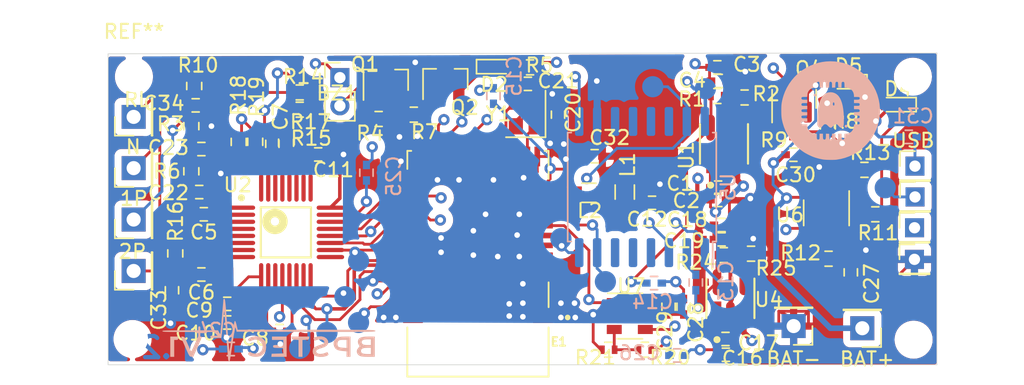
<source format=kicad_pcb>
(kicad_pcb (version 20220609) (generator pcbnew)
  (layers (0 "F.Cu" signal) (1 "In1.Cu" signal) (2 "In2.Cu" signal) (31 "B.Cu" signal) (34 "B.Paste" user) (35 "F.Paste" user) (36 "B.SilkS" user "B.Silkscreen") (37 "F.SilkS" user "F.Silkscreen") (38 "B.Mask" user) (39 "F.Mask" user) (44 "Edge.Cuts" user))
  (net 0 "")
  (net 1 "VDDA")
  (net 2 "Net-(BZ1-+)")
  (net 3 "GNDA")
  (net 4 "BAT+")
  (net 5 "VDD")
  (net 6 "IN1N")
  (net 7 "IN1P")
  (net 8 "VBUS")
  (net 9 "DCLK")
  (net 10 "Ddata")
  (net 11 "Net-(L1-Pad2)")
  (net 12 "buzzer")
  (net 13 "LED")
  (net 14 "IN2N")
  (net 15 "IN2P")
  (net 16 "IN3N")
  (net 17 "IN3P")
  (net 18 "DREADY")
  (net 19 "DOUT")
  (net 20 "SCLK")
  (net 21 "DIN")
  (net 22 "CS_ADS")
  (net 23 "START")
  (net 24 "PWR")
  (net 25 "CLKsel")
  (net 26 "WP_FLASH")
  (net 27 "RST_FLASH")
  (net 28 "HOLD_FLASH")
  (net 29 "CS_FLASH")
  (net 30 "BAT_AIN")
  (net 31 "Net-(U2-RLDOUT)")
  (net 32 "Net-(U2-PGA1N)")
  (net 33 "Net-(U2-PGA1P)")
  (net 34 "Net-(U2-PGA2N)")
  (net 35 "Net-(U2-PGA2P)")
  (net 36 "Net-(U2-VREFP)")
  (net 37 "Net-(U2-VCAP1)")
  (net 41 "Net-(U2-VCAP2)")
  (net 42 "Net-(U2-RLDINV)")
  (net 43 "Net-(U2-RLDIN{slash}RLDREF)")
  (net 44 "Net-(U4-NC)")
  (net 45 "Net-(U1-NC)")
  (net 46 "Net-(U7-+)")
  (net 47 "Net-(U6-STAT)")
  (net 48 "Net-(J3-Pin_1)")
  (net 49 "Net-(U6-PROG)")
  (net 50 "Net-(Q1-B)")
  (net 51 "Net-(Q2-B)")
  (net 52 "Net-(D2-K)")
  (net 53 "Net-(Q4-G)")
  (net 54 "Net-(J4-Pin_1)")
  (net 55 "Net-(J5-Pin_1)")
  (net 56 "Net-(D5-A)")
  (net 57 "Net-(D2-A)")
  (net 58 "Net-(J28-Pin_1)")
  (net 59 "Net-(D4-K)")
  (net 67 "Net-(E1-DEC4)")
  (net 68 "Net-(E1-DCC)")
  (net 69 "Net-(E1-P0.00{slash}XL1)")
  (net 75 "Net-(J14-Pin_1)")
  (net 76 "Net-(U7-V+)")
  (net 77 "Net-(E1-P0.01{slash}XL2)")
  (net 78 "Net-(E1-VDD)")
  (net 79 "Net-(J2-Pin_1)")
  (net 83 "unconnected-(E1-P0.28)")
  (net 87 "Net-(U2-AVDD)")
  (net 88 "Net-(U2-DVDD)")
  (net 89 "Net-(C26-Pad1)")
  (net 90 "Net-(U5-VCC)")
  (net 91 "unconnected-(E1-P0.02)")
  (footprint "Resistors_SMD:R_0402" (layer "F.Cu") (at 123.5456 94.9452 -90)
    (fp_text reference "R18")
    (fp_text value "30k")
  )
  (footprint "Resistors_SMD:R_0402" (layer "F.Cu") (at 119.05488 102.84968 -90)
    (fp_text reference "R16")
    (fp_text value "30k")
  )
  (footprint "Resistors_SMD:R_0402" (layer "F.Cu") (at 127.8636 91.44)
    (fp_text reference "R14")
    (fp_text value "100k")
  )
  (footprint "Resistors_SMD:R_0402" (layer "F.Cu") (at 120.1928 97.028 -90)
    (fp_text reference "R6")
    (fp_text value "30k")
  )
  (footprint "Resistors_SMD:R_0402" (layer "F.Cu") (at 126.8984 95.0032 -90)
    (fp_text reference "R15")
    (fp_text value "100k")
  )
  (footprint "Capacitors_SMD:C_0402" (layer "F.Cu") (at 120.904 95.4532)
    (fp_text reference "C23")
    (fp_text value "47pF")
  )
  (footprint "Capacitors_SMD:C_0402" (layer "F.Cu") (at 153.9748 106.6292 90)
    (fp_text reference "C29")
    (fp_text value "0.1uF")
  )
  (footprint "Capacitors_SMD:C_0402" (layer "F.Cu") (at 126.4412 108.3564)
    (fp_text reference "C8")
    (fp_text value "1uF")
  )
  (footprint "Capacitors_SMD:C_0402" (layer "F.Cu") (at 120.904 104.3432 180)
    (fp_text reference "C6")
    (fp_text value "4.7nF")
  )
  (footprint "Capacitors_SMD:C_0402" (layer "F.Cu") (at 146.1516 93.0148 -90)
    (fp_text reference "C20")
    (fp_text value "12pF")
  )
  (footprint "Resistors_SMD:R_0402" (layer "F.Cu") (at 120.396 90.9828 -90)
    (fp_text reference "R10")
    (fp_text value "30k")
  )
  (footprint "Capacitors_SMD:C_0402" (layer "F.Cu") (at 120.7516 98.5012)
    (fp_text reference "C22")
    (fp_text value "47pF")
  )
  (footprint "Capacitors_SMD:C_0402" (layer "F.Cu") (at 122.7328 107.7468)
    (fp_text reference "C10")
    (fp_text value "10uF")
  )
  (footprint "Pin_Headers:Pin_Header_Straight_1x02_Pitch2.00mm" (layer "F.Cu") (at 130.7084 90.3892)
    (fp_text reference "BZ1")
    (fp_text value "Buzzer")
  )
  (footprint "Capacitors_SMD:C_0402" (layer "F.Cu") (at 121.07536 100.076 180)
    (fp_text reference "C5")
    (fp_text value "4.7nF")
  )
  (footprint "Capacitors_SMD:C_0402" (layer "F.Cu") (at 120.4976 92.3544)
    (fp_text reference "C34")
    (fp_text value "47pF")
  )
  (footprint "eec:Texas_Instruments-ADS1192IPBS-Level_A" (layer "F.Cu") (at 126.8857 101.3587)
    (fp_text reference "U2")
    (fp_text value "ADS1192IPBS" hide)
  )
  (footprint "Resistors_SMD:R_0402" (layer "F.Cu") (at 120.1928 93.8276 -90)
    (fp_text reference "R3")
    (fp_text value "30k")
  )
  (footprint "Capacitors_SMD:C_0402" (layer "F.Cu") (at 144.018 90.8304 180)
    (fp_text reference "C21")
    (fp_text value "12pF")
  )
  (footprint "Resistors_SMD:R_0402" (layer "F.Cu") (at 149.7076 109.6772 180)
    (fp_text reference "R21")
    (fp_text value "10k")
  )
  (footprint "Capacitors_SMD:C_0402" (layer "F.Cu") (at 155.0416 106.6292 90)
    (fp_text reference "C28")
    (fp_text value "1uF")
  )
  (footprint "Resistors_SMD:R_0402" (layer "F.Cu") (at 152.2984 109.6772 180)
    (fp_text reference "R20")
    (fp_text value "1k")
  )
  (footprint "Capacitors_SMD:C_0402" (layer "F.Cu") (at 166.878 104.1908 -90)
    (fp_text reference "C27")
    (fp_text value "1uF")
  )
  (footprint "Resistors_SMD:R_0402" (layer "F.Cu") (at 165.2524 93.7768 90)
    (fp_text reference "R8")
    (fp_text value "1k")
  )
  (footprint "LEDs:LED_0603" (layer "F.Cu") (at 170.2054 92.3036 180)
    (fp_text reference "D4")
    (fp_text value "LED_Small")
  )
  (footprint "Capacitors_SMD:C_0402" (layer "F.Cu") (at 162.814 95.85452)
    (fp_text reference "C30")
    (fp_text value "1uF")
  )
  (footprint "LEDs:LED_0603" (layer "F.Cu") (at 166.7256 90.678 180)
    (fp_text reference "D5")
    (fp_text value "LED_Small")
  )
  (footprint "Pin_Headers:Pin_Header_Straight_1x01_Pitch2.54mm" (layer "F.Cu") (at 162.82924 108.0008 180)
    (fp_text reference "BAT-")
    (fp_text value "conn_gnd1")
  )
  (footprint "Resistors_SMD:R_0402" (layer "F.Cu") (at 165.3032 103.2256)
    (fp_text reference "R12")
    (fp_text value "2.2k")
  )
  (footprint "Resistors_SMD:R_0402" (layer "F.Cu") (at 163.1696 94.5388 180)
    (fp_text reference "R9")
    (fp_text value "1k")
  )
  (footprint "Resistors_SMD:R_0402" (layer "F.Cu") (at 167.8432 96.9264)
    (fp_text reference "R13")
    (fp_text value "470")
  )
  (footprint "Resistors_SMD:R_0402" (layer "F.Cu") (at 168.6124 100.076)
    (fp_text reference "R11")
    (fp_text value "470")
  )
  (footprint "Capacitors_SMD:C_0402" (layer "F.Cu") (at 118.8212 105.4608 -90)
    (fp_text reference "C33")
    (fp_text value "47pF")
  )
  (footprint "Pin_Headers:Pin_Header_Straight_1x01_Pitch2.54mm" (layer "F.Cu") (at 116.10848 93.17228 90)
    (fp_text reference "RL")
    (fp_text value "RLD_PIN")
  )
  (footprint "Pin_Headers:Pin_Header_Straight_1x01_Pitch2.54mm" (layer "F.Cu") (at 116.10848 96.80448 90)
    (fp_text reference "N")
    (fp_text value "In_sensor1")
  )
  (footprint "Pin_Headers:Pin_Header_Straight_1x01_Pitch2.54mm" (layer "F.Cu") (at 116.10848 100.44938 90)
    (fp_text reference "1P")
    (fp_text value "In_sensor1N")
  )
  (footprint "Pin_Headers:Pin_Header_Straight_1x01_Pitch2.54mm" (layer "F.Cu") (at 116.10848 104.09428 90)
    (fp_text reference "2P")
    (fp_text value "In_sensor1N")
  )
  (footprint "Crystals:Crystal_SMD_2520-4pin_2.5x2.0mm" (layer "F.Cu") (at 143.8656 92.964 90)
    (fp_text reference "Y1")
    (fp_text value "Crystal_GND24_Small")
  )
  (footprint "Pin_Headers:Pin_Header_Straight_1x01_Pitch2.54mm" (layer "F.Cu") (at 167.6908 108.1532 180)
    (fp_text reference "BAT+")
    (fp_text value "Conn_01x01")
  )
  (footprint "Resistors_SMD:R_0402" (layer "F.Cu") (at 159.8168 102.87 180)
    (fp_text reference "R25")
    (fp_text value "R2")
  )
  (footprint "Resistors_SMD:R_0402" (layer "F.Cu") (at 157.8864 102.9716 180)
    (fp_text reference "R24")
    (fp_text value "R1")
  )
  (footprint "Capacitors_SMD:C_0402" (layer "F.Cu") (at 158.00696 108.9152)
    (fp_text reference "C17")
    (fp_text value "0.1uF")
  )
  (footprint "Capacitors_SMD:C_0402" (layer "F.Cu") (at 157.734 100.838)
    (fp_text reference "C18")
    (fp_text value "1uF")
  )
  (footprint "Capacitors_SMD:C_0402" (layer "F.Cu") (at 157.734 101.854)
    (fp_text reference "C19")
    (fp_text value "0.1uF")
  )
  (footprint "Resistors_SMD:R_0402" (layer "F.Cu") (at 157.4292 91.694 180)
    (fp_text reference "R1")
    (fp_text value "R1")
  )
  (footprint "Resistors_SMD:R_0402" (layer "F.Cu") (at 159.3596 91.7956 180)
    (fp_text reference "R2")
    (fp_text value "R2")
  )
  (footprint "adp:Analog_Devices-UJ-5-04_2017-B-IPC_A" (layer "F.Cu") (at 158.35372 106.034513 90)
    (fp_text reference "U4")
    (fp_text value "ADP160AUJZ-3.0-R7" hide)
  )
  (footprint "adp:Analog_Devices-UJ-5-04_2017-B-IPC_A" (layer "F.Cu") (at 157.8991 95.0849 90)
    (fp_text reference "U1")
    (fp_text value "ADP160AUJZ-3.0-R7" hide)
  )
  (footprint "Capacitors_SMD:C_0402" (layer "F.Cu") (at 157.48508 98.18624)
    (fp_text reference "C1")
    (fp_text value "1uF")
  )
  (footprint "Capacitors_SMD:C_0402" (layer "F.Cu") (at 157.4292 89.662)
    (fp_text reference "C3")
    (fp_text value "1uF")
  )
  (footprint "Capacitors_SMD:C_0402" (layer "F.Cu") (at 157.4966 99.06)
    (fp_text reference "C2")
    (fp_text value "0.1uF")
  )
  (footprint "Capacitors_SMD:C_0402" (layer "F.Cu") (at 157.5308 90.6272)
    (fp_text reference "C4")
    (fp_text value "0.1uF")
  )
  (footprint "Capacitors_SMD:C_0402" (layer "F.Cu") (at 158.03236 110.0328)
    (fp_text reference "C16")
    (fp_text value "1uF")
  )
  (footprint "Inductors_SMD:L_0603" (layer "F.Cu") (at 150.876 98.5012 90)
    (fp_text reference "L1")
    (fp_text value "10uH")
  )
  (footprint "Inductors_SMD:L_0603" (layer "F.Cu") (at 148.336 98.552 180)
    (fp_text reference "L2")
    (fp_text value "15nH")
  )
  (footprint "TO_SOT_Packages_SMD:SOT-23-6" (layer "F.Cu") (at 151.2316 107.2896)
    (fp_text reference "U7")
    (fp_text value "OPA847xDBV")
  )
  (footprint "Resistors_SMD:R_0402" (layer "F.Cu") (at 135.9408 93.0148 180)
    (fp_text reference "R7")
    (fp_text value "2.2k")
  )
  (footprint "Resistors_SMD:R_0402" (layer "F.Cu") (at 144.1704 89.662 180)
    (fp_text reference "R5")
    (fp_text value "470")
  )
  (footprint "Resistors_SMD:R_0402" (layer "F.Cu") (at 133.4516 93.3196)
    (fp_text reference "R4")
    (fp_text value "2.2k")
  )
  (footprint "TO_SOT_Packages_SMD:SOT-23" (layer "F.Cu") (at 138.176 90.5256 90)
    (fp_text reference "Q2")
    (fp_text value "Q_NPN_BCE")
  )
  (footprint "LEDs:LED_0603" (layer "F.Cu") (at 141.6812 89.6112)
    (fp_text reference "D2")
    (fp_text value "LED_Small")
  )
  (footprint "TO_SOT_Packages_SMD:SOT-23" (layer "F.Cu") (at 133.9596 90.5764 90)
    (fp_text reference "Q1")
    (fp_text value "Q_NPN_BCE")
  )
  (footprint "Pin_Headers:Pin_Header_Straight_1x01_Pitch2.00mm" (layer "F.Cu") (at 171.41952 96.66224)
    (fp_text reference "USB")
    (fp_text value "Conn_01x01_Female")
  )
  (footprint "Pin_Headers:Pin_Header_Straight_1x01_Pitch2.00mm" (layer "F.Cu") (at 171.38396 103.27132)
    (fp_text reference "J8" hide)
    (fp_text value "Conn_01x01_Female")
  )
  (footprint "Pin_Headers:Pin_Header_Straight_1x01_Pitch2.00mm" (layer "F.Cu") (at 171.4246 98.84664)
    (fp_text reference "J7" hide)
    (fp_text value "Conn_01x01_Female")
  )
  (footprint "Pin_Headers:Pin_Header_Straight_1x01_Pitch2.00mm" (layer "F.Cu") (at 171.38904 101.03104)
    (fp_text reference "J6" hide)
    (fp_text value "Conn_01x01_Female")
  )
  (footprint "Resistors_SMD:R_0402" (layer "F.Cu") (at 127.8636 92.6592)
    (fp_text reference "R17")
    (fp_text value "1M")
  )
  (footprint "Capacitors_SMD:C_0402" (layer "F.Cu") (at 129.1724 95.8342)
    (fp_text reference "C11")
    (fp_text value "1uF")
  )
  (footprint "Capacitors_SMD:C_0402" (layer "F.Cu") (at 125.92812 95.08236 -90)
    (fp_text reference "C7")
    (fp_text value "1.5nF")
  )
  (footprint "Resistors_SMD:R_0402" (layer "F.Cu") (at 124.714 94.938 -90)
    (fp_text reference "R19")
    (fp_text value "30k")
  )
  (footprint "Capacitors_SMD:C_0402" (layer "F.Cu") (at 122.7328 106.426)
    (fp_text reference "C9")
    (fp_text value "0.1uF")
  )
  (footprint "TO_SOT_Packages_SMD:SOT-23-5" (layer "F.Cu") (at 165.1508 99.9744 -90)
    (fp_text reference "U6")
    (fp_text value "MCP73831-2-OT")
  )
  (footprint "" (layer "F.Cu") (at 132.0292 107.7468)
    (fp_text reference "")
    (fp_text value "")
  )
  (footprint "" (layer "F.Cu") (at 146.3548 101.8032)
    (fp_text reference "")
    (fp_text value "")
  )
  (footprint "" (layer "F.Cu") (at 169.3164 98.1964)
    (fp_text reference "")
    (fp_text value "")
  )
  (footprint "" (layer "F.Cu") (at 171.2722 90.3224)
    (fp_text reference "")
    (fp_text value "")
  )
  (footprint "" (layer "F.Cu") (at 171.323 108.966)
    (fp_text reference "")
    (fp_text value "")
  )
  (footprint "Package_TO_SOT_SMD:SOT-23" (layer "F.Cu") (at 162.8648 91.8972 90)
    (fp_text reference "Q4")
    (fp_text value "Q_PMOS_GSD")
  )
  (footprint "" (layer "F.Cu") (at 139.446 92.4052)
    (fp_text reference "")
    (fp_text value "")
  )
  (footprint "Capacitors_SMD:C_0402" (layer "F.Cu") (at 148.7424 95.9612)
    (fp_text reference "C32")
    (fp_text value "10uF")
  )
  (footprint "Capacitors_SMD:C_0402" (layer "F.Cu") (at 152.8064 99.2632)
    (fp_text reference "C12")
    (fp_text value "1uF")
  )
  (footprint "MountingHole:MountingHole_2.2mm_M2" (layer "F.Cu") (at 116.1288 90.3224)
    (fp_text reference "REF**")
    (fp_text value "MountingHole_2.2mm_M2")
  )
  (footprint "" (layer "F.Cu") (at 116.0272 108.9152)
    (fp_text reference "")
    (fp_text value "")
  )
  (footprint "" (layer "F.Cu") (at 149.5044 104.8512)
    (fp_text reference "")
    (fp_text value "")
  )
  (footprint "MDBT42Q-512KV2:RAYTAC_MDBT42Q-512KV2" (layer "F.Cu") (at 140.4825 103.5812 180)
    (fp_text reference "E1")
    (fp_text value "MDBT42Q-512KV2")
  )
  (footprint "Measurement_Points:Measurement_Point_Round-SMD-Pad_Small" (layer "B.Cu") (at 132.0292 103.378)
    (fp_text reference "TP4" hide)
    (fp_text value "TestPoint")
  )
  (footprint "Measurement_Points:Measurement_Point_Round-SMD-Pad_Small" (layer "B.Cu") (at 152.8572 91.0336)
    (fp_text reference "TP5" hide)
    (fp_text value "TestPoint")
  )
  (footprint "Measurement_Points:Measurement_Point_Round-SMD-Pad_Small" (layer "B.Cu") (at 158.1404 105.4608)
    (fp_text reference "TP12" hide)
    (fp_text value "TestPoint")
  )
  (footprint "Package_SO:SOIC-16W_7.5x10.3mm_P1.27mm" (layer "B.Cu") (at 152.0952 98.1456 90)
    (fp_text reference "U5")
    (fp_text value "W25Q128JVFIM")
  )
  (footprint "Measurement_Points:Measurement_Point_Round-SMD-Pad_Small" (layer "B.Cu") (at 156.58084 91.17584)
    (fp_text reference "TP6" hide)
    (fp_text value "TestPoint")
  )
  (footprint "Measurement_Points:Measurement_Point_Round-SMD-Pad_Small" (layer "B.Cu") (at 129.794 108.458)
    (fp_text reference "TP8" hide)
    (fp_text value "TestPoint")
  )
  (footprint "Capacitors_SMD:C_0402" (layer "B.Cu") (at 155.9052 104.9108 -90)
    (fp_text reference "C13")
    (fp_text value "0")
  )
  (footprint "Capacitors_SMD:C_0402" (layer "B.Cu") (at 122.9868 109.6264 180)
    (fp_text reference "C24")
    (fp_text value "0")
  )
  (footprint "Capacitors_SMD:C_0402" (layer "B.Cu") (at 141.5796 91.694 90)
    (fp_text reference "C15")
    (fp_text value "0")
  )
  (footprint "Capacitors_SMD:C_0402" (layer "B.Cu") (at 154.5844 110.0836)
    (fp_text reference "C26")
    (fp_text value "0")
  )
  (footprint "Capacitors_SMD:C_0402" (layer "B.Cu") (at 132.588 97.1296 90)
    (fp_text reference "C25")
    (fp_text value "0")
  )
  (footprint "Capacitors_SMD:C_0402" (layer "B.Cu") (at 152.95 104.9528 180)
    (fp_text reference "C14")
    (fp_text value "0")
  )
  (footprint "logos:phantom1" (layer "B.Cu") (at 165.45 92.725 180)
    (fp_text reference "G***" hide)
    (fp_text value "LOGO" hide)
  )
  (footprint "Measurement_Points:Measurement_Point_Round-SMD-Pad_Small" (layer "B.Cu") (at 127.8636 109.5756)
    (fp_text reference "TP3" hide)
    (fp_text value "TestPoint")
  )
  (footprint "Capacitors_SMD:C_0402" (layer "B.Cu") (at 170.984 94.5896 180)
    (fp_text reference "C31")
    (fp_text value "0")
  )
  (footprint "Measurement_Points:Measurement_Point_Round-SMD-Pad_Small" (layer "B.Cu") (at 131.064 105.918)
    (fp_text reference "TP8" hide)
    (fp_text value "TestPoint")
  )
  (footprint "logos:bps" (layer "B.Cu") (at 124.9392 109.260889 180)
    (fp_text reference "G***" hide)
    (fp_text value "LOGO" hide)
  )
  (gr_line (start 172.974 88.646) (end 172.974 110.744) (stroke (width 0.05)) (layer "Edge.Cuts"))
  (gr_line (start 114.3 110.744) (end 114.3 88.6968) (stroke (width 0.05)) (layer "Edge.Cuts"))
  (gr_line (start 114.3 88.6968) (end 172.974 88.646) (stroke (width 0.05)) (layer "Edge.Cuts"))
  (gr_line (start 114.3 110.744) (end 172.974 110.744) (stroke (width 0.05)) (layer "Edge.Cuts"))
  (gr_text ".2" (at 117.7036 109.5248) (layer "B.Cu") (effects (font (size 1.5 1.5) (thickness 0.3) bold) (justify mirror)))
  (segment (start 156.1084 89.662) (end 155.8544 89.408) (width 0.2) (layer "F.Cu") (net 1))
  (segment (start 155.2544 95.629307) (end 155.2544 100.93) (width 0.2) (layer "F.Cu") (net 1))
  (segment (start 156.9491 93.934607) (end 155.2544 95.629307) (width 0.2) (layer "F.Cu") (net 1))
  (segment (start 144.976 89.3064) (end 144.6204 89.662) (width 0.2) (layer "F.Cu") (net 1))
  (segment (start 123.7488 94.292) (end 123.5456 94.4952) (width 0.2) (layer "F.Cu") (net 1))
  (segment (start 156.9808 91.6924) (end 156.9792 91.694) (width 0.2) (layer "F.Cu") (net 1))
  (segment (start 156.9792 93.904507) (end 156.9491 93.934607) (width 0.2) (layer "F.Cu") (net 1))
  (segment (start 124.714 94.488) (end 124.714 94.2848) (width 0.2) (layer "F.Cu") (net 1))
  (segment (start 156.8792 89.662) (end 156.8792 90.5256) (width 0.2) (layer "F.Cu") (net 1))
  (segment (start 155.2544 100.93) (end 151.3332 104.8512) (width 0.2) (layer "F.Cu") (net 1))
  (segment (start 156.8792 89.662) (end 156.1084 89.662) (width 0.2) (layer "F.Cu") (net 1))
  (segment (start 123.7488 93.3196) (end 123.7488 94.292) (width 0.2) (layer "F.Cu") (net 1))
  (segment (start 146.05 89.3064) (end 144.976 89.3064) (width 0.2) (layer "F.Cu") (net 1))
  (segment (start 156.8792 90.5256) (end 156.9808 90.6272) (width 0.2) (layer "F.Cu") (net 1))
  (segment (start 128.9812 89.408) (end 129.7272 89.408) (width 0.2) (layer "F.Cu") (net 1))
  (segment (start 156.9808 90.6272) (end 156.9808 91.6924) (width 0.2) (layer "F.Cu") (net 1))
  (segment (start 124.714 94.2848) (end 123.7488 93.3196) (width 0.2) (layer "F.Cu") (net 1))
  (segment (start 156.9792 91.694) (end 156.9792 93.904507) (width 0.2) (layer "F.Cu") (net 1))
  (segment (start 129.7272 89.408) (end 130.7084 90.3892) (width 0.2) (layer "F.Cu") (net 1))
  (via (at 128.9812 89.408) (size 0.8) (drill 0.4) (layers "F.Cu" "B.Cu") (net 1))
  (via (at 123.7488 93.3196) (size 0.8) (drill 0.4) (layers "F.Cu" "B.Cu") (net 1))
  (via (at 146.05 89.3064) (size 0.8) (drill 0.4) (layers "F.Cu" "B.Cu") (net 1))
  (via (at 121.0056 109.6772) (size 0.8) (drill 0.4) (layers "F.Cu" "B.Cu") (net 1))
  (via (at 151.3332 104.8512) (size 0.8) (drill 0.4) (layers "F.Cu" "B.Cu") (net 1))
  (via (at 155.8544 89.408) (size 0.8) (drill 0.4) (layers "F.Cu" "B.Cu") (net 1))
  (segment (start 122.4368 109.6264) (end 121.0564 109.6264) (width 0.2) (layer "B.Cu") (net 1))
  (segment (start 152.4 104.9528) (end 151.4348 104.9528) (width 0.2) (layer "B.Cu") (net 1))
  (segment (start 151.4348 104.9528) (end 151.3332 104.8512) (width 0.2) (layer "B.Cu") (net 1))
  (segment (start 121.0564 109.6264) (end 121.0056 109.6772) (width 0.2) (layer "B.Cu") (net 1))
  (segment (start 132.4356 90.662) (end 130.7084 92.3892) (width 0.2) (layer "F.Cu") (net 2))
  (segment (start 132.4356 90.6272) (end 132.4356 90.662) (width 0.2) (layer "F.Cu") (net 2))
  (segment (start 134.2596 90.9264) (end 134.2588 90.9264) (width 0.2) (layer "F.Cu") (net 2))
  (segment (start 134.2588 90.9264) (end 133.9596 90.6272) (width 0.2) (layer "F.Cu") (net 2))
  (segment (start 133.9596 90.6272) (end 132.4356 90.6272) (width 0.2) (layer "F.Cu") (net 2))
  (segment (start 134.9096 91.5764) (end 134.2596 90.9264) (width 0.2) (layer "F.Cu") (net 2))
  (segment (start 158.0466 98.19776) (end 158.03508 98.18624) (width 0.2) (layer "F.Cu") (net 3))
  (segment (start 158.0466 99.06) (end 158.0466 98.19776) (width 0.2) (layer "F.Cu") (net 3))
  (segment (start 158.03508 98.18624) (end 158.03508 96.371173) (width 0.2) (layer "F.Cu") (net 3))
  (segment (start 158.03508 96.371173) (end 157.8991 96.235193) (width 0.2) (layer "F.Cu") (net 3))
  (segment (start 126.9912 108.3564) (end 126.9912 108.7716) (width 0.2) (layer "F.Cu") (net 3))
  (segment (start 122.2756 97.1804) (end 122.2756 97.5272) (width 0.2) (layer "F.Cu") (net 3))
  (segment (start 159.9692 101.8032) (end 158.3348 101.8032) (width 0.2) (layer "F.Cu") (net 3))
  (segment (start 129.9224 95.8342) (end 130.9624 95.8342) (width 0.25) (layer "F.Cu") (net 3))
  (segment (start 146.558 95.0976) (end 145.6744 95.9812) (width 0.2) (layer "F.Cu") (net 3))
  (segment (start 165.7532 103.2256) (end 166.4628 103.2256) (width 0.2) (layer "F.Cu") (net 3))
  (segment (start 125.6357 104.508701) (end 125.6357 105.8511) (width 0.2) (layer "F.Cu") (net 3))
  (segment (start 136.2616 89.5256) (end 136.0424 89.3064) (width 0.2) (layer "F.Cu") (net 3))
  (segment (start 133.9596 89.5764) (end 134.128 89.408) (width 0.2) (layer "F.Cu") (net 3))
  (segment (start 130.035701 99.608701) (end 130.703516 98.940886) (width 0.25) (layer "F.Cu") (net 3))
  (segment (start 132.9436 104.8512) (end 132.8928 104.8004) (width 0.2) (layer "F.Cu") (net 3))
  (segment (start 133.35 104.8512) (end 133.2484 104.8512) (width 0.2) (layer "F.Cu") (net 3))
  (segment (start 163.87924 108.0008) (end 163.87924 106.9508) (width 0.2) (layer "F.Cu") (net 3))
  (segment (start 138.176 89.5256) (end 136.2616 89.5256) (width 0.2) (layer "F.Cu") (net 3))
  (segment (start 118.8212 106.0108) (end 118.8212 107.696) (width 0.2) (layer "F.Cu") (net 3))
  (segment (start 160.2668 102.1008) (end 159.9692 101.8032) (width 0.2) (layer "F.Cu") (net 3))
  (segment (start 133.7056 104.8004) (end 133.0452 104.8004) (width 0.2) (layer "F.Cu") (net 3))
  (segment (start 164.7238 106.10624) (end 162.82924 108.0008) (width 0.2) (layer "F.Cu") (net 3))
  (segment (start 130.703516 98.940886) (end 130.703516 96.093084) (width 0.25) (layer "F.Cu") (net 3))
  (segment (start 159.8096 90.366) (end 159.4104 89.9668) (width 0.2) (layer "F.Cu") (net 3))
  (segment (start 158.284 99.2974) (end 158.0466 99.06) (width 0.2) (layer "F.Cu") (net 3))
  (segment (start 144.272 97.4852) (end 143.7132 97.4852) (width 0.2) (layer "F.Cu") (net 3))
  (segment (start 121.0476 92.3544) (end 121.1072 92.3544) (width 0.2) (layer "F.Cu") (net 3))
  (segment (start 149.1996 109.6772) (end 148.6408 109.1184) (width 0.2) (layer "F.Cu") (net 3))
  (segment (start 152.3316 107.2896) (end 153.8644 107.2896) (width 0.2) (layer "F.Cu") (net 3))
  (segment (start 160.4264 110.0328) (end 158.58236 110.0328) (width 0.2) (layer "F.Cu") (net 3))
  (segment (start 158.58236 110.0328) (end 158.58236 108.9406) (width 0.2) (layer "F.Cu") (net 3))
  (segment (start 148.6408 107.188) (end 148.4476 107.3812) (width 0.2) (layer "F.Cu") (net 3))
  (segment (start 144.5656 92.089) (end 144.5656 90.8328) (width 0.2) (layer "F.Cu") (net 3))
  (segment (start 143.1656 93.4608) (end 143.1656 93.839) (width 0.2) (layer "F.Cu") (net 3))
  (segment (start 121.1072 92.3544) (end 121.6152 92.8624) (width 0.2) (layer "F.Cu") (net 3))
  (segment (start 168.54904 106.10624) (end 164.7238 106.10624) (width 0.2) (layer "F.Cu") (net 3))
  (segment (start 145.6744 95.9812) (end 144.6825 95.9812) (width 0.2) (layer "F.Cu") (net 3))
  (segment (start 135.9408 89.408) (end 136.0424 89.3064) (width 0.2) (layer "F.Cu") (net 3))
  (segment (start 123.2828 108.2128) (end 122.682 108.8136) (width 0.2) (layer "F.Cu") (net 3))
  (segment (start 144.9236 91.186) (end 144.568 90.8304) (width 0.2) (layer "F.Cu") (net 3))
  (segment (start 121.454 93.9888) (end 121.6152 93.8276) (width 0.2) (layer "F.Cu") (net 3))
  (segment (start 144.6825 95.9812) (end 144.6825 97.0747) (width 0.2) (layer "F.Cu") (net 3))
  (segment (start 118.8212 107.696) (end 118.7196 107.7976) (width 0.2) (layer "F.Cu") (net 3))
  (segment (start 134.1248 104.3812) (end 133.7056 104.8004) (width 0.2) (layer "F.Cu") (net 3))
  (segment (start 161.77924 106.9508) (end 163.87924 108.0008) (width 0.2) (layer "F.Cu") (net 3))
  (segment (start 159.8096 91.7956) (end 159.8096 90.366) (width 0.2) (layer "F.Cu") (net 3))
  (segment (start 121.6152 92.8624) (end 121.6152 93.8276) (width 0.2) (layer "F.Cu") (net 3))
  (segment (start 153.8644 107.2896) (end 153.9748 107.1792) (width 0.2) (layer "F.Cu") (net 3))
  (segment (start 158.1482 98.9584) (end 158.0466 99.06) (width 0.2) (layer "F.Cu") (net 3))
  (segment (start 127.254 108.3564) (end 127.3556 108.2548) (width 0.2) (layer "F.Cu") (net 3))
  (segment (start 123.2828 107.7468) (end 123.2828 108.2128) (width 0.2) (layer "F.Cu") (net 3))
  (segment (start 126.9912 108.3564) (end 127.254 108.3564) (width 0.2) (layer "F.Cu") (net 3))
  (segment (start 152.3316 107.2896) (end 150.1316 107.2896) (width 0.2) (layer "F.Cu") (net 3))
  (segment (start 144.6825 97.0747) (end 144.272 97.4852) (width 0.2) (layer "F.Cu") (net 3))
  (segment (start 157.9792 89.662) (end 159.1056 89.662) (width 0.2) (layer "F.Cu") (net 3))
  (segment (start 167.9028 102.616) (end 166.878 103.6408) (width 0.2) (layer "F.Cu") (net 3))
  (segment (start 149.2924 95.9612) (end 151.384 95.9612) (width 0.2) (layer "F.Cu") (net 3))
  (segment (start 162.82924 109.35716) (end 162.82924 108.0008) (width 0.2) (layer "F.Cu") (net 3))
  (segment (start 133.8172 107.3812) (end 135.8825 107.3812) (width 0.2) (layer "F.Cu") (net 3))
  (segment (start 160.5788 110.1852) (end 160.4264 110.0328) (width 0.2) (layer "F.Cu") (net 3))
  (segment (start 134.9248 94.6235) (end 136.2825 95.9812) (width 0.2) (layer "F.Cu") (net 3))
  (segment (start 163.77412 95.85452) (end 164.6428 96.7232) (width 0.2) (layer "F.Cu") (net 3))
  (segment (start 125.0608 106.426) (end 123.2828 106.426) (width 0.2) (layer "F.Cu") (net 3))
  (segment (start 144.5656 90.8328) (end 144.568 90.8304) (width 0.2) (layer "F.Cu") (net 3))
  (segment (start 148.7424 107.2896) (end 148.6408 107.188) (width 0.2) (layer "F.Cu") (net 3))
  (segment (start 167.5256 91.4145) (end 167.8813 91.7702) (width 0.2) (layer "F.Cu") (net 3))
  (segment (start 158.0808 89.7636) (end 157.9792 89.662) (width 0.2) (layer "F.Cu") (net 3))
  (segment (start 127.135702 106.333102) (end 127.135702 105.4592) (width 0.2) (layer "F.Cu") (net 3))
  (segment (start 162.5092 109.6772) (end 161.0868 109.6772) (width 0.2) (layer "F.Cu") (net 3))
  (segment (start 121.454 95.4532) (end 121.454 93.9888) (width 0.2) (layer "F.Cu") (net 3))
  (segment (start 158.58236 108.9406) (end 158.55696 108.9152) (width 0.2) (layer "F.Cu") (net 3))
  (segment (start 161.0868 109.6772) (end 160.5788 110.1852) (width 0.2) (layer "F.Cu") (net 3))
  (segment (start 158.0808 90.6272) (end 158.0808 89.7636) (width 0.2) (layer "F.Cu") (net 3))
  (segment (start 165.1508 97.2312) (end 165.1508 98.8744) (width 0.2) (layer "F.Cu") (net 3))
  (segment (start 133.8072 107.3912) (end 133.8172 107.3812) (width 0.2) (layer "F.Cu") (net 3))
  (segment (start 167.9448 102.616) (end 167.9028 102.616) (width 0.2) (layer "F.Cu") (net 3))
  (segment (start 161.77924 106.9508) (end 161.77924 107.95) (width 0.2) (layer "F.Cu") (net 3))
  (segment (start 159.1056 89.662) (end 159.4104 89.9668) (width 0.2) (layer "F.Cu") (net 3))
  (segment (start 165.2524 93.3268) (end 165.2524 92.2528) (width 0.2) (layer "F.Cu") (net 3))
  (segment (start 130.703516 96.093084) (end 130.9624 95.8342) (width 0.25) (layer "F.Cu") (net 3))
  (segment (start 125.6357 105.8511) (end 125.0608 106.426) (width 0.2) (layer "F.Cu") (net 3))
  (segment (start 127.32276 108.37436) (end 127.32276 108.22196) (width 0.2) (layer "F.Cu") (net 3))
  (segment (start 144.5656 92.089) (end 144.5374 92.089) (width 0.2) (layer "F.Cu") (net 3))
  (segment (start 134.9248 94.5896) (end 134.9248 94.6235) (width 0.2) (layer "F.Cu") (net 3))
  (segment (start 158.35372 108.71196) (end 158.55696 108.9152) (width 0.2) (layer "F.Cu") (net 3))
  (segment (start 127.32276 106.52016) (end 127.135702 106.333102) (width 0.2) (layer "F.Cu") (net 3))
  (segment (start 134.128 89.408) (end 135.9408 89.408) (width 0.2) (layer "F.Cu") (net 3))
  (segment (start 151.384 95.9612) (end 153.3652 97.9424) (width 0.2) (layer "F.Cu") (net 3))
  (segment (start 148.6408 109.1184) (end 148.6408 107.188) (width 0.2) (layer "F.Cu") (net 3))
  (segment (start 165.2524 92.2528) (end 165.2016 92.202) (width 0.2) (layer "F.Cu") (net 3))
  (segment (start 144.5374 92.089) (end 143.1656 93.4608) (width 0.2) (layer "F.Cu") (net 3))
  (segment (start 167.5256 90.678) (end 167.5256 91.4145) (width 0.2) (layer "F.Cu") (net 3))
  (segment (start 135.8825 104.3812) (end 134.1248 104.3812) (width 0.2) (layer "F.Cu") (net 3))
  (segment (start 153.3564 99.2632) (end 153.3564 97.9512) (width 0.2) (layer "F.Cu") (net 3))
  (segment (start 127.32276 108.22196) (end 127.32276 106.52016) (width 0.2) (layer "F.Cu") (net 3))
  (segment (start 122.2756 97.5272) (end 121.3016 98.5012) (width 0.2) (layer "F.Cu") (net 3))
  (segment (start 158.284 100.838) (end 158.284 99.2974) (width 0.2) (layer "F.Cu") (net 3))
  (segment (start 150.1316 107.2896) (end 148.7424 107.2896) (width 0.2) (layer "F.Cu") (net 3))
  (segment (start 149.2576 109.6772) (end 149.1996 109.6772) (width 0.2) (layer "F.Cu") (net 3))
  (segment (start 163.87924 106.9508) (end 161.77924 106.9508) (width 0.2) (layer "F.Cu") (net 3))
  (segment (start 127.32276 108.22196) (end 127.3556 108.2548) (width 0.2) (layer "F.Cu") (net 3))
  (segment (start 123.2828 106.426) (end 123.2828 107.7468) (width 0.2) (layer "F.Cu") (net 3))
  (segment (start 158.3348 101.8032) (end 158.284 101.854) (width 0.2) (layer "F.Cu") (net 3))
  (segment (start 164.6428 96.7232) (end 165.1508 97.2312) (width 0.2) (layer "F.Cu") (net 3))
  (segment (start 155.0416 107.1792) (end 153.9748 107.1792) (width 0.2) (layer "F.Cu") (net 3))
  (segment (start 158.284 101.854) (end 158.284 100.838) (width 0.2) (layer "F.Cu") (net 3))
  (segment (start 158.35372 107.184806) (end 158.35372 108.71196) (width 0.2) (layer "F.Cu") (net 3))
  (segment (start 171.38396 103.27132) (end 168.54904 106.10624) (width 0.2) (layer "F.Cu") (net 3))
  (segment (start 160.2668 102.87) (end 160.2668 102.1008) (width 0.2) (layer "F.Cu") (net 3))
  (segment (start 153.3564 97.9512) (end 153.3652 97.9424) (width 0.2) (layer "F.Cu") (net 3))
  (segment (start 163.364 95.85452) (end 163.77412 95.85452) (width 0.2) (layer "F.Cu") (net 3))
  (segment (start 162.5092 109.6772) (end 162.82924 109.35716) (width 0.2) (layer "F.Cu") (net 3))
  (segment (start 159.766 98.9584) (end 158.1482 98.9584) (width 0.2) (layer "F.Cu") (net 3))
  (segment (start 166.4628 103.2256) (end 166.878 103.6408) (width 0.2) (layer "F.Cu") (net 3))
  (segment (start 126.9912 108.7716) (end 126.492 109.2708) (width 0.2) (layer "F.Cu") (net 3))
  (via (at 164.6428 96.7232) (size 0.8) (drill 0.4) (layers "F.Cu" "B.Cu") (net 3))
  (via (at 159.766 98.9584) (size 0.8) (drill 0.4) (layers "F.Cu" "B.Cu") (net 3))
  (via (at 159.4104 89.9668) (size 0.8) (drill 0.4) (layers "F.Cu" "B.Cu") (net 3))
  (via (at 148.8948 90.6272) (size 0.8) (drill 0.4) (layers "F.Cu" "B.Cu") (net 3))
  (via (at 146.3548 106.3752) (size 0.8) (drill 0.4) (layers "F.Cu" "B.Cu") (net 3))
  (via (at 141.0208 100.076) (size 0.8) (drill 0.4) (layers "F.Cu" "B.Cu") (net 3))
  (via (at 122.682 108.8136) (size 0.8) (drill 0.4) (layers "F.Cu" "B.Cu") (net 3))
  (via (at 142.6972 106.426) (size 0.8) (drill 0.4) (layers "F.Cu" "B.Cu") (net 3))
  (via (at 141.5796 97.6376) (size 0.8) (drill 0.4) (layers "F.Cu" "B.Cu") (net 3))
  (via (at 137.8712 101.7524) (size 0.8) (drill 0.4) (layers "F.Cu" "B.Cu") (net 3))
  (via (at 139.1412 97.6376) (size 0.8) (drill 0.4) (layers "F.Cu" "B.Cu") (net 3))
  (via (at 159.9692 101.8032) (size 0.8) (drill 0.4) (layers "F.Cu" "B.Cu") (net 3))
  (via (at 118.7196 107.7976) (size 0.8) (drill 0.4) (layers "F.Cu" "B.Cu") (net 3))
  (via (at 146.7104 96.1644) (size 0.8) (drill 0.4) (layers "F.Cu" "B.Cu") (net 3))
  (via (at 140.1572 102.9716) (size 0.8) (drill 0.4) (layers "F.Cu" "B.Cu") (net 3))
  (via (at 121.6152 93.8276) (size 0.8) (drill 0.4) (layers "F.Cu" "B.Cu") (net 3))
  (via (at 134.9248 94.5896) (size 0.8) (drill 0.4) (layers "F.Cu" "B.Cu") (net 3))
  (via (at 140.1572 101.2444) (size 0.8) (drill 0.4) (layers "F.Cu" "B.Cu") (net 3))
  (via (at 153.3652 97.9424) (size 0.8) (drill 0.4) (layers "F.Cu" "B.Cu") (net 3))
  (via (at 133.8072 107.3912) (size 0.8) (drill 0.4) (layers "F.Cu" "B.Cu") (net 3))
  (via (at 146.3548 107.3912) (size 0.8) (drill 0.4) (layers "F.Cu" "B.Cu") (net 3))
  (via (at 143.6624 107.3404) (size 0.8) (drill 0.4) (layers "F.Cu" "B.Cu") (net 3))
  (via (at 126.492 109.2708) (size 0.8) (drill 0.4) (layers "F.Cu" "B.Cu") (net 3))
  (via (at 147.3708 107.3912) (size 0.8) (drill 0.4) (layers "F.Cu" "B.Cu") (net 3))
  (via (at 136.1948 94.5388) (size 0.8) (drill 0.4) (layers "F.Cu" "B.Cu") (net 3))
  (via (at 143.256 101.5492) (size 0.8) (drill 0.4) (layers "F.Cu" "B.Cu") (net 3))
  (via (at 130.9624 95.8342) (size 0.8) (drill 0.4) (layers "F.Cu" "B.Cu") (net 3))
  (via (at 133.0452 104.8004) (size 0.8) (drill 0.4) (layers "F.Cu" "B.Cu") (net 3))
  (via (at 143.7132 97.4852) (size 0.8) (drill 0.4) (layers "F.Cu" "B.Cu") (net 3))
  (via (at 145.5928 95.0468) (size 0.8) (drill 0.4) (layers "F.Cu" "B.Cu") (net 3))
  (via (at 143.6624 105.0036) (size 0.8) (drill 0.4) (layers "F.Cu" "B.Cu") (net 3))
  (via (at 143.4084 100.076) (size 0.8) (drill 0.4) (layers "F.Cu" "B.Cu") (net 3))
  (via (at 146.558 95.0976) (size 0.8) (drill 0.4) (layers "F.Cu" "B.Cu") (net 3))
  (via (at 137.8712 102.7684) (size 0.8) (drill 0.4) (layers "F.Cu" "B.Cu") (net 3))
  (via (at 167.9448 102.616) (size 0.8) (drill 0.4) (layers "F.Cu" "B.Cu") (net 3))
  (via (at 167.8813 91.7702) (size 0.8) (drill 0.4) (layers "F.Cu" "B.Cu") (net 3))
  (via (at 145.7452 91.5416) (size 0.8) (drill 0.4) (layers "F.Cu" "B.Cu") (net 3))
  (via (at 135.0264 96.3168) (size 0.8) (drill 0.4) (layers "F.Cu" "B.Cu") (net 3))
  (via (at 142.6972 107.2896) (size 0.8) (drill 0.4) (layers "F.Cu" "B.Cu") (net 3))
  (via (at 137.6172 97.6376) (size 0.8) (drill 0.4) (layers "F.Cu" "B.Cu") (net 3))
  (via (at 134.6708 107.3912) (size 0.8) (drill 0.4) (layers "F.Cu" "B.Cu") (net 3))
  (via (at 143.6624 106.3752) (size 0.8) (drill 0.4) (layers "F.Cu" "B.Cu") (net 3))
  (via (at 147.32 106.3752) (size 0.8) (drill 0.4) (layers "F.Cu" "B.Cu") (net 3))
  (via (at 141.8844 103.0732) (size 0.8) (drill 0.4) (layers "F.Cu" "B.Cu") (net 3))
  (via (at 122.2756 97.1804) (size 0.8) (drill 0.4) (layers "F.Cu" "B.Cu") (net 3))
  (via (at 148.6408 107.188) (size 0.8) (drill 0.4) (layers "F.Cu" "B.Cu") (net 3))
  (via (at 143.4084 103.0732) (size 0.8) (drill 0.4) (layers "F.Cu" "B.Cu") (net 3))
  (via (at 136.0424 89.3064) (size 0.8) (drill 0.4) (layers "F.Cu" "B.Cu") (net 3))
  (via (at 165.2016 92.202) (size 0.8) (drill 0.4) (layers "F.Cu" "B.Cu") (net 3))
  (segment (start 148.9202 93.4956) (end 148.9202 90.6526) (width 0.2) (layer "B.Cu") (net 3))
  (segment (start 148.9202 90.6526) (end 148.8948 90.6272) (width 0.2) (layer "B.Cu") (net 3))
  (segment (start 156.93508 98.18624) (end 156.93508 96.249213) (width 0.2) (layer "F.Cu") (net 4))
  (segment (start 156.93508 96.249213) (end 156.9491 96.235193) (width 0.2) (layer "F.Cu") (net 4))
  (segment (start 156.9466 99.06) (end 156.9466 98.19776) (width 0.2) (layer "F.Cu") (net 4))
  (segment (start 156.9466 98.19776) (end 156.93508 98.18624) (width 0.2) (layer "F.Cu") (net 4))
  (segment (start 158.8491 96.235193) (end 158.8491 97.3684) (width 0.4) (layer "F.Cu") (net 4))
  (segment (start 158.8491 97.3684) (end 158.8491 97.6605) (width 0.4) (layer "F.Cu") (net 4))
  (segment (start 159.30372 108.45292) (end 159.87522 109.02442) (width 0.4) (layer "F.Cu") (net 4))
  (segment (start 158.8491 97.6605) (end 159.2707 98.0821) (width 0.4) (layer "F.Cu") (net 4))
  (segment (start 159.30372 107.184806) (end 159.30372 108.45292) (width 0.4) (layer "F.Cu") (net 4))
  (segment (start 156.9466 99.06) (end 156.9466 99.55784) (width 0.2) (layer "F.Cu") (net 4))
  (segment (start 156.9466 99.55784) (end 157.29712 99.90836) (width 0.2) (layer "F.Cu") (net 4))
  (segment (start 157.45696 108.9152) (end 157.45696 109.347) (width 0.2) (layer "F.Cu") (net 4))
  (segment (start 157.45696 107.238046) (end 157.40372 107.184806) (width 0.2) (layer "F.Cu") (net 4))
  (segment (start 157.45696 109.347) (end 157.12676 109.6772) (width 0.2) (layer "F.Cu") (net 4))
  (segment (start 162.6385 90.9597) (end 161.3916 89.7128) (width 0.2) (layer "F.Cu") (net 4))
  (segment (start 157.45696 108.9152) (end 157.45696 107.238046) (width 0.2) (layer "F.Cu") (net 4))
  (segment (start 157.48236 108.9406) (end 157.45696 108.9152) (width 0.2) (layer "F.Cu") (net 4))
  (segment (start 156.1592 109.728) (end 156.21 109.6772) (width 0.2) (layer "F.Cu") (net 4))
  (segment (start 157.12676 109.6772) (end 157.48236 110.0328) (width 0.2) (layer "F.Cu") (net 4))
  (segment (start 162.8648 90.9597) (end 162.6385 90.9597) (width 0.2) (layer "F.Cu") (net 4))
  (segment (start 156.27096 109.73816) (end 156.21 109.6772) (width 0.2) (layer "F.Cu") (net 4))
  (segment (start 156.21 109.6772) (end 157.12676 109.6772) (width 0.2) (layer "F.Cu") (net 4))
  (via (at 157.29712 99.90836) (size 0.8) (drill 0.4) (layers "F.Cu" "B.Cu") (net 4))
  (via (at 159.87522 109.02442) (size 0.8) (drill 0.4) (layers "F.Cu" "B.Cu") (net 4))
  (via (at 159.2707 98.0821) (size 0.8) (drill 0.4) (layers "F.Cu" "B.Cu") (net 4))
  (via (at 161.3916 89.7128) (size 0.8) (drill 0.4) (layers "F.Cu" "B.Cu") (net 4))
  (via (at 156.21 109.6772) (size 0.8) (drill 0.4) (layers "F.Cu" "B.Cu") (net 4))
  (segment (start 159.12338 98.0821) (end 157.29712 99.90836) (width 0.4) (layer "B.Cu") (net 4))
  (segment (start 159.2707 98.0821) (end 159.12338 98.0821) (width 0.4) (layer "B.Cu") (net 4))
  (segment (start 156.0576 109.8296) (end 156.21 109.6772) (width 0.2) (layer "B.Cu") (net 4))
  (segment (start 156.21 109.6772) (end 155.5408 109.6772) (width 0.2) (layer "B.Cu") (net 4))
  (segment (start 155.5408 109.6772) (end 155.1344 110.0836) (width 0.2) (layer "B.Cu") (net 4))
  (segment (start 156.0576 100.6856) (end 156.0576 97.536) (width 0.2) (layer "F.Cu") (net 5))
  (segment (start 156.21 100.838) (end 156.0576 100.6856) (width 0.2) (layer "F.Cu") (net 5))
  (segment (start 156.0576 106.23034) (end 156.0576 106.7308) (width 0.2) (layer "F.Cu") (net 5))
  (segment (start 157.184 100.838) (end 156.21 100.838) (width 0.2) (layer "F.Cu") (net 5))
  (segment (start 157.40372 104.88422) (end 156.0576 106.23034) (width 0.2) (layer "F.Cu") (net 5))
  (segment (start 157.40372 103.45428) (end 157.40372 104.88422) (width 0.2) (layer "F.Cu") (net 5))
  (segment (start 157.184 100.838) (end 157.184 101.854) (width 0.2) (layer "F.Cu") (net 5))
  (segment (start 157.4364 102.1064) (end 157.184 101.854) (width 0.2) (layer "F.Cu") (net 5))
  (segment (start 157.4364 104.85154) (end 157.40372 104.88422) (width 0.2) (layer "F.Cu") (net 5))
  (segment (start 157.4364 102.9716) (end 157.4364 104.85154) (width 0.2) (layer "F.Cu") (net 5))
  (segment (start 157.4364 102.9716) (end 157.4364 102.1064) (width 0.2) (layer "F.Cu") (net 5))
  (segment (start 157.184 101.854) (end 157.184 102.008) (width 0.2) (layer "F.Cu") (net 5))
  (via (at 156.0576 97.536) (size 0.8) (drill 0.4) (layers "F.Cu" "B.Cu") (net 5))
  (via (at 156.0576 106.7308) (size 0.8) (drill 0.4) (layers "F.Cu" "B.Cu") (net 5))
  (via (at 132.9944 95.3008) (size 0.8) (drill 0.4) (layers "F.Cu" "B.Cu") (net 5))
  (via (at 140.6144 91.2876) (size 0.8) (drill 0.4) (layers "F.Cu" "B.Cu") (net 5))
  (segment (start 132.588 96.5796) (end 132.63 96.5796) (width 0.2) (layer "B.Cu") (net 5))
  (segment (start 132.9944 95.3008) (end 132.9944 96.1732) (width 0.2) (layer "B.Cu") (net 5))
  (segment (start 140.758 91.144) (end 140.6144 91.2876) (width 0.2) (layer "B.Cu") (net 5))
  (segment (start 155.9052 106.5784) (end 156.0576 106.7308) (width 0.2) (layer "B.Cu") (net 5))
  (segment (start 141.5796 91.144) (end 140.758 91.144) (width 0.2) (layer "B.Cu") (net 5))
  (segment (start 155.9052 105.4608) (end 155.9052 106.5784) (width 0.2) (layer "B.Cu") (net 5))
  (segment (start 132.9944 96.1732) (end 132.588 96.5796) (width 0.2) (layer "B.Cu") (net 5))
  (segment (start 119.882221 100.608701) (end 123.735701 100.608701) (width 0.2) (layer "F.Cu") (net 6))
  (segment (start 119.28856 100.01504) (end 119.882221 100.608701) (width 0.2) (layer "F.Cu") (net 6))
  (segment (start 120.1928 97.478) (end 120.1928 98.4924) (width 0.2) (layer "F.Cu") (net 6))
  (segment (start 120.2016 98.5012) (end 119.7356 98.5012) (width 0.2) (layer "F.Cu") (net 6))
  (segment (start 120.1928 98.4924) (end 120.2016 98.5012) (width 0.2) (layer "F.Cu") (net 6))
  (segment (start 119.7356 98.5012) (end 119.28856 98.94824) (width 0.2) (layer "F.Cu") (net 6))
  (segment (start 119.28856 98.94824) (end 119.28856 100.01504) (width 0.2) (layer "F.Cu") (net 6))
  (segment (start 118.81104 100.584) (end 118.81104 96.31172) (width 0.2) (layer "F.Cu") (net 7))
  (segment (start 120.354 95.4532) (end 120.354 94.4388) (width 0.2) (layer "F.Cu") (net 7))
  (segment (start 120.354 94.4388) (end 120.1928 94.2776) (width 0.2) (layer "F.Cu") (net 7))
  (segment (start 123.735701 101.108701) (end 119.335741 101.108701) (width 0.2) (layer "F.Cu") (net 7))
  (segment (start 120.354 95.4532) (end 119.66956 95.4532) (width 0.2) (layer "F.Cu") (net 7))
  (segment (start 119.66956 95.4532) (end 118.81104 96.31172) (width 0.2) (layer "F.Cu") (net 7))
  (segment (start 119.335741 101.108701) (end 118.81104 100.584) (width 0.2) (layer "F.Cu") (net 7))
  (segment (start 164.2008 104.55144) (end 164.39016 104.7408) (width 0.2) (layer "F.Cu") (net 8))
  (segment (start 163.9316 94.2268) (end 163.6196 94.5388) (width 0.2) (layer "F.Cu") (net 8))
  (segment (start 162.37476 101.0744) (end 162.28586 101.1633) (width 0.2) (layer "F.Cu") (net 8))
  (segment (start 164.2008 101.0744) (end 162.37476 101.0744) (width 0.2) (layer "F.Cu") (net 8))
  (segment (start 169.4054 92.7226) (end 168.656 93.472) (width 0.25) (layer "F.Cu") (net 8))
  (segment (start 166.2684 95.0468) (end 166.0724 95.0468) (width 0.2) (layer "F.Cu") (net 8))
  (segment (start 165.2524 94.2268) (end 163.9316 94.2268) (width 0.2) (layer "F.Cu") (net 8))
  (segment (start 166.0724 95.0468) (end 165.2524 94.2268) (width 0.2) (layer "F.Cu") (net 8))
  (segment (start 169.4054 92.3036) (end 169.4054 92.7226) (width 0.25) (layer "F.Cu") (net 8))
  (segment (start 164.2008 101.0744) (end 164.2008 104.55144) (width 0.2) (layer "F.Cu") (net 8))
  (segment (start 166.878 104.7408) (end 164.39016 104.7408) (width 0.2) (layer "F.Cu") (net 8))
  (via (at 166.2684 95.0468) (size 0.8) (drill 0.4) (layers "F.Cu" "B.Cu") (net 8))
  (via (at 162.28586 101.1633) (size 0.8) (drill 0.4) (layers "F.Cu" "B.Cu") (net 8))
  (via (at 168.656 93.472) (size 0.8) (drill 0.4) (layers "F.Cu" "B.Cu") (net 8))
  (segment (start 168.656 94.361) (end 168.8846 94.5896) (width 0.25) (layer "B.Cu") (net 8))
  (segment (start 170.434 94.5896) (end 168.8846 94.5896) (width 0.2) (layer "B.Cu") (net 8))
  (segment (start 168.656 93.472) (end 168.656 94.361) (width 0.25) (layer "B.Cu") (net 8))
  (segment (start 134.3392 105.0812) (end 133.7056 105.7148) (width 0.2) (layer "F.Cu") (net 9))
  (segment (start 133.7056 105.7148) (end 133.35 105.7148) (width 0.2) (layer "F.Cu") (net 9))
  (segment (start 135.8825 105.0812) (end 134.3392 105.0812) (width 0.2) (layer "F.Cu") (net 9))
  (via (at 133.35 105.7148) (size 0.8) (drill 0.4) (layers "F.Cu" "B.Cu") (net 9))
  (segment (start 171.4246 98.84664) (end 169.96664 98.84664) (width 0.2) (layer "B.Cu") (net 9))
  (segment (start 169.96664 98.84664) (end 169.3164 98.1964) (width 0.2) (layer "B.Cu") (net 9))
  (segment (start 135.8825 105.7812) (end 134.6044 105.7812) (width 0.2) (layer "F.Cu") (net 10))
  (segment (start 133.7564 106.6292) (end 132.8928 106.6292) (width 0.2) (layer "F.Cu") (net 10))
  (segment (start 134.6044 105.7812) (end 133.7564 106.6292) (width 0.2) (layer "F.Cu") (net 10))
  (segment (start 132.8928 106.6292) (end 132.4356 107.0864) (width 0.2) (layer "F.Cu") (net 10))
  (via (at 132.4356 107.0864) (size 0.8) (drill 0.4) (layers "F.Cu" "B.Cu") (net 10))
  (segment (start 132.4356 107.0864) (end 132.4356 107.3404) (width 0.2) (layer "B.Cu") (net 10))
  (segment (start 132.137867 107.638133) (end 132.0292 107.638133) (width 0.2) (layer "B.Cu") (net 10))
  (segment (start 132.4356 107.3404) (end 132.137867 107.638133) (width 0.2) (layer "B.Cu") (net 10))
  (segment (start 132.0292 107.4928) (end 132.0292 107.638133) (width 0.2) (layer "B.Cu") (net 10))
  (segment (start 150.0752 98.552) (end 150.876 97.7512) (width 0.2) (layer "F.Cu") (net 11))
  (segment (start 149.086 98.552) (end 150.0752 98.552) (width 0.2) (layer "F.Cu") (net 11))
  (segment (start 134.1532 94.8848) (end 133.858 94.5896) (width 0.2) (layer "F.Cu") (net 12))
  (segment (start 134.9825 97.3812) (end 134.1532 96.5519) (width 0.2) (layer "F.Cu") (net 12))
  (segment (start 135.8825 97.3812) (end 134.9825 97.3812) (width 0.2) (layer "F.Cu") (net 12))
  (segment (start 133.858 94.5896) (end 133.858 93.3632) (width 0.2) (layer "F.Cu") (net 12))
  (segment (start 134.1532 96.5519) (end 134.1532 94.8848) (width 0.2) (layer "F.Cu") (net 12))
  (segment (start 133.858 93.3632) (end 133.9016 93.3196) (width 0.2) (layer "F.Cu") (net 12))
  (segment (start 136.9825 94.2597) (end 136.4488 93.726) (width 0.2) (layer "F.Cu") (net 13))
  (segment (start 135.89 93.726) (end 135.4908 93.3268) (width 0.2) (layer "F.Cu") (net 13))
  (segment (start 136.4488 93.726) (end 135.89 93.726) (width 0.2) (layer "F.Cu") (net 13))
  (segment (start 136.9825 95.9812) (end 136.9825 94.2597) (width 0.2) (layer "F.Cu") (net 13))
  (segment (start 135.4908 93.3268) (end 135.4908 93.0148) (width 0.2) (layer "F.Cu") (net 13))
  (segment (start 119.9476 92.3544) (end 119.293471 92.3544) (width 0.2) (layer "F.Cu") (net 14))
  (segment (start 120.396 91.4328) (end 120.396 91.906) (width 0.2) (layer "F.Cu") (net 14))
  (segment (start 120.396 91.906) (end 119.9476 92.3544) (width 0.2) (layer "F.Cu") (net 14))
  (segment (start 117.9576 100.20808) (end 119.358222 101.608702) (width 0.2) (layer "F.Cu") (net 14))
  (segment (start 117.9576 93.690271) (end 117.9576 100.20808) (width 0.2) (layer "F.Cu") (net 14))
  (segment (start 119.358222 101.608702) (end 123.735701 101.608702) (width 0.2) (layer "F.Cu") (net 14))
  (segment (start 119.293471 92.3544) (end 117.9576 93.690271) (width 0.2) (layer "F.Cu") (net 14))
  (segment (start 119.05488 103.29968) (end 119.05488 104.67712) (width 0.2) (layer "F.Cu") (net 15))
  (segment (start 119.05488 104.67712) (end 118.8212 104.9108) (width 0.2) (layer "F.Cu") (net 15))
  (segment (start 123.735701 102.108701) (end 120.908379 102.108701) (width 0.2) (layer "F.Cu") (net 15))
  (segment (start 119.7174 103.29968) (end 119.05488 103.29968) (width 0.2) (layer "F.Cu") (net 15))
  (segment (start 120.908379 102.108701) (end 119.7174 103.29968) (width 0.2) (layer "F.Cu") (net 15))
  (segment (start 123.5456 95.50908) (end 125.135701 97.099181) (width 0.2) (layer "F.Cu") (net 16))
  (segment (start 125.135701 98.208701) (end 125.135701 97.099181) (width 0.25) (layer "F.Cu") (net 16))
  (segment (start 125.135701 97.099181) (end 124.60224 96.56572) (width 0.25) (layer "F.Cu") (net 16))
  (segment (start 123.5456 95.3952) (end 123.5456 95.50908) (width 0.2) (layer "F.Cu") (net 16))
  (segment (start 125.6357 98.208701) (end 125.6357 96.5273) (width 0.25) (layer "F.Cu") (net 17))
  (segment (start 125.6357 96.5273) (end 124.714 95.6056) (width 0.25) (layer "F.Cu") (net 17))
  (segment (start 124.714 95.6056) (end 124.714 95.388) (width 0.25) (layer "F.Cu") (net 17))
  (segment (start 134.6844 98.0812) (end 132.156899 100.608701) (width 0.2) (layer "F.Cu") (net 18))
  (segment (start 135.8825 98.0812) (end 134.6844 98.0812) (width 0.2) (layer "F.Cu") (net 18))
  (segment (start 132.156899 100.608701) (end 130.035701 100.608701) (width 0.2) (layer "F.Cu") (net 18))
  (segment (start 137.8712 98.9076) (end 137.7448 98.7812) (width 0.2) (layer "F.Cu") (net 19))
  (segment (start 135.9085 98.7552) (end 135.8825 98.7812) (width 0.2) (layer "F.Cu") (net 19))
  (segment (start 134.5432 98.7812) (end 132.215699 101.108701) (width 0.2) (layer "F.Cu") (net 19))
  (segment (start 130.91 101.113587) (end 130.91 101.108701) (width 0.2) (layer "F.Cu") (net 19))
  (segment (start 135.8825 98.7812) (end 134.5432 98.7812) (width 0.2) (layer "F.Cu") (net 19))
  (segment (start 132.215699 101.108701) (end 130.035701 101.108701) (width 0.2) (layer "F.Cu") (net 19))
  (segment (start 137.7448 98.7812) (end 135.8825 98.7812) (width 0.2) (layer "F.Cu") (net 19))
  (via (at 146.4056 102.3112) (size 0.8) (drill 0.4) (layers "F.Cu" "B.Cu") (net 19))
  (via (at 137.8712 98.9076) (size 0.8) (drill 0.4) (layers "F.Cu" "B.Cu") (net 19))
  (segment (start 146.4056 101.854) (end 146.3548 101.8032) (width 0.2) (layer "B.Cu") (net 19))
  (segment (start 147.6502 102.7956) (end 147.6502 102.7938) (width 0.2) (layer "B.Cu") (net 19))
  (segment (start 147.6502 102.7956) (end 146.89 102.7956) (width 0.2) (layer "B.Cu") (net 19))
  (segment (start 146.4056 102.3112) (end 146.4056 101.854) (width 0.2) (layer "B.Cu") (net 19))
  (segment (start 146.89 102.7956) (end 146.4056 102.3112) (width 0.2) (layer "B.Cu") (net 19))
  (segment (start 132.8928 101.2952) (end 132.579298 101.608702) (width 0.2) (layer "F.Cu") (net 20))
  (segment (start 134.7068 99.4812) (end 132.8928 101.2952) (width 0.2) (layer "F.Cu") (net 20))
  (segment (start 135.8825 99.4812) (end 134.7068 99.4812) (width 0.2) (layer "F.Cu") (net 20))
  (segment (start 132.579298 101.608702) (end 130.91 101.608702) (width 0.2) (layer "F.Cu") (net 20))
  (via (at 132.8928 101.2952) (size 0.8) (drill 0.4) (layers "F.Cu" "B.Cu") (net 20))
  (via (at 155.2956 90.678) (size 0.8) (drill 0.4) (layers "F.Cu" "B.Cu") (net 20))
  (segment (start 156.58084 93.45496) (end 156.5402 93.4956) (width 0.25) (layer "B.Cu") (net 20))
  (segment (start 156.58084 91.17584) (end 156.58084 93.45496) (width 0.25) (layer "B.Cu") (net 20))
  (segment (start 155.79344 91.17584) (end 155.2956 90.678) (width 0.25) (layer "B.Cu") (net 20))
  (segment (start 156.58084 91.17584) (end 155.79344 91.17584) (width 0.25) (layer "B.Cu") (net 20))
  (segment (start 130.036402 102.108) (end 130.035701 102.108701) (width 0.2) (layer "F.Cu") (net 21))
  (segment (start 136.8116 100.1776) (end 136.808 100.1812) (width 0.2) (layer "F.Cu") (net 21))
  (segment (start 132.9024 102.2) (end 132.426 102.2) (width 0.2) (layer "F.Cu") (net 21))
  (segment (start 132.334 102.108) (end 130.036402 102.108) (width 0.2) (layer "F.Cu") (net 21))
  (segment (start 135.8825 100.1812) (end 135.3825 100.1812) (width 0.2) (layer "F.Cu") (net 21))
  (segment (start 132.426 102.2) (end 132.334 102.108) (width 0.2) (layer "F.Cu") (net 21))
  (segment (start 135.9369 100.1268) (end 135.8825 100.1812) (width 0.2) (layer "F.Cu") (net 21))
  (segment (start 137.8204 100.4824) (end 137.1164 100.4824) (width 0.2) (layer "F.Cu") (net 21))
  (segment (start 135.3825 100.1812) (end 135.3789 100.1776) (width 0.2) (layer "F.Cu") (net 21))
  (segment (start 134.9212 100.1812) (end 132.9024 102.2) (width 0.2) (layer "F.Cu") (net 21))
  (segment (start 137.1164 100.4824) (end 136.8116 100.1776) (width 0.2) (layer "F.Cu") (net 21))
  (segment (start 135.8825 100.1812) (end 134.9212 100.1812) (width 0.2) (layer "F.Cu") (net 21))
  (segment (start 136.808 100.1812) (end 135.8825 100.1812) (width 0.2) (layer "F.Cu") (net 21))
  (via (at 148.1836 97.536) (size 0.8) (drill 0.4) (layers "F.Cu" "B.Cu") (net 21))
  (via (at 137.8204 100.4824) (size 0.8) (drill 0.4) (layers "F.Cu" "B.Cu") (net 21))
  (segment (start 155.3718 93.394) (end 155.2702 93.4956) (width 0.2) (layer "B.Cu") (net 21))
  (segment (start 154.2796 95.4024) (end 150.3172 95.4024) (width 0.2) (layer "B.Cu") (net 21))
  (segment (start 155.2702 92.38594) (end 153.91786 91.0336) (width 0.2) (layer "B.Cu") (net 21))
  (segment (start 155.2702 93.4956) (end 155.2702 92.38594) (width 0.2) (layer "B.Cu") (net 21))
  (segment (start 155.2702 93.4956) (end 155.2702 94.4118) (width 0.2) (layer "B.Cu") (net 21))
  (segment (start 150.3172 95.4024) (end 148.1836 97.536) (width 0.2) (layer "B.Cu") (net 21))
  (segment (start 153.91786 91.0336) (end 152.8572 91.0336) (width 0.2) (layer "B.Cu") (net 21))
  (segment (start 155.2702 94.4118) (end 154.2796 95.4024) (width 0.2) (layer "B.Cu") (net 21))
  (segment (start 135.8825 100.8812) (end 134.9832 100.8812) (width 0.2) (layer "F.Cu") (net 22))
  (segment (start 134.9832 100.8812) (end 133.2484 102.616) (width 0.2) (layer "F.Cu") (net 22))
  (segment (start 133.2484 102.616) (end 130.043001 102.616) (width 0.2) (layer "F.Cu") (net 22))
  (segment (start 130.043001 102.616) (end 130.035701 102.6087) (width 0.2) (layer "F.Cu") (net 22))
  (via (at 131.7752 102.7684) (size 0.8) (drill 0.4) (layers "F.Cu" "B.Cu") (net 22))
  (segment (start 132.0292 103.378) (end 132.0292 102.8192) (width 0.2) (layer "B.Cu") (net 22))
  (segment (start 132.0292 102.8192) (end 132.08 102.7684) (width 0.2) (layer "B.Cu") (net 22))
  (segment (start 135.0452 101.5812) (end 133.2686 103.3578) (width 0.2) (layer "F.Cu") (net 23))
  (segment (start 128.635702 104.508701) (end 128.635702 105.877302) (width 0.25) (layer "F.Cu") (net 23))
  (segment (start 130.749098 105.877302) (end 128.635702 105.877302) (width 0.2) (layer "F.Cu") (net 23))
  (segment (start 130.9624 105.664) (end 130.749098 105.877302) (width 0.2) (layer "F.Cu") (net 23))
  (segment (start 131.2672 104.086781) (end 131.2672 105.3592) (width 0.2) (layer "F.Cu") (net 23))
  (segment (start 131.2672 105.3592) (end 130.9624 105.664) (width 0.2) (layer "F.Cu") (net 23))
  (segment (start 133.2686 103.3578) (end 131.996181 103.3578) (width 0.2) (layer "F.Cu") (net 23))
  (segment (start 131.996181 103.3578) (end 131.2672 104.086781) (width 0.2) (layer "F.Cu") (net 23))
  (segment (start 135.8825 101.5812) (end 135.0452 101.5812) (width 0.2) (layer "F.Cu") (net 23))
  (via (at 130.9624 105.664) (size 0.8) (drill 0.4) (layers "F.Cu" "B.Cu") (net 23))
  (segment (start 130.9624 105.664) (end 130.9624 105.8164) (width 0.2) (layer "B.Cu") (net 23))
  (segment (start 131.0132 105.6132) (end 131.0132 105.7656) (width 0.2) (layer "B.Cu") (net 23))
  (segment (start 131.0132 105.7656) (end 130.9624 105.8164) (width 0.2) (layer "B.Cu") (net 23))
  (segment (start 130.9624 105.8164) (end 131.064 105.918) (width 0.2) (layer "B.Cu") (net 23))
  (segment (start 131.0132 106.7816) (end 129.794 106.7816) (width 0.25) (layer "F.Cu") (net 24))
  (segment (start 133.7056 103.6828) (end 132.1308 103.6828) (width 0.25) (layer "F.Cu") (net 24))
  (segment (start 128.1357 105.9107) (end 128.9177 106.6927) (width 0.25) (layer "F.Cu") (net 24))
  (segment (start 129.794 106.7816) (end 129.0066 106.7816) (width 0.2) (layer "F.Cu") (net 24))
  (segment (start 129.0066 106.7816) (end 128.9177 106.6927) (width 0.2) (layer "F.Cu") (net 24))
  (segment (start 128.1357 104.508701) (end 128.1357 105.9107) (width 0.25) (layer "F.Cu") (net 24))
  (segment (start 131.7244 104.0892) (end 131.7244 106.0704) (width 0.25) (layer "F.Cu") (net 24))
  (segment (start 132.1308 103.6828) (end 131.7244 104.0892) (width 0.25) (layer "F.Cu") (net 24))
  (segment (start 134.4072 102.9812) (end 133.7056 103.6828) (width 0.25) (layer "F.Cu") (net 24))
  (segment (start 131.7244 106.0704) (end 131.0132 106.7816) (width 0.25) (layer "F.Cu") (net 24))
  (segment (start 135.8825 102.9812) (end 134.4072 102.9812) (width 0.2) (layer "F.Cu") (net 24))
  (via (at 129.794 106.7816) (size 0.8) (drill 0.4) (layers "F.Cu" "B.Cu") (net 24))
  (segment (start 129.794 108.458) (end 129.794 106.7816) (width 0.2) (layer "B.Cu") (net 24))
  (segment (start 130.71082 107.5436) (end 128.9304 107.5436) (width 0.2) (layer "F.Cu") (net 25))
  (segment (start 127.635701 106.248901) (end 127.635701 106.020301) (width 0.2) (layer "F.Cu") (net 25))
  (segment (start 133.8072 104.14) (end 132.4356 104.14) (width 0.2) (layer "F.Cu") (net 25))
  (segment (start 132.1308 104.4448) (end 132.1308 106.12362) (width 0.2) (layer "F.Cu") (net 25))
  (segment (start 128.6256 107.2896) (end 128.3208 107.5944) (width 0.2) (layer "F.Cu") (net 25))
  (segment (start 128.6256 107.2388) (end 128.6256 107.2896) (width 0.2) (layer "F.Cu") (net 25))
  (segment (start 128.6256 107.2388) (end 127.635701 106.248901) (width 0.2) (layer "F.Cu") (net 25))
  (segment (start 132.1308 106.12362) (end 130.71082 107.5436) (width 0.2) (layer "F.Cu") (net 25))
  (segment (start 134.266 103.6812) (end 133.8072 104.14) (width 0.2) (layer "F.Cu") (net 25))
  (segment (start 132.4356 104.14) (end 132.1308 104.4448) (width 0.2) (layer "F.Cu") (net 25))
  (segment (start 128.9304 107.5436) (end 128.6256 107.2388) (width 0.2) (layer "F.Cu") (net 25))
  (segment (start 135.8825 103.6812) (end 134.266 103.6812) (width 0.2) (layer "F.Cu") (net 25))
  (segment (start 127.635701 104.508701) (end 127.635701 106.020301) (width 0.25) (layer "F.Cu") (net 25))
  (via (at 128.3208 107.5944) (size 0.8) (drill 0.4) (layers "F.Cu" "B.Cu") (net 25))
  (segment (start 128.3208 107.5944) (end 128.5144 107.788) (width 0.2) (layer "B.Cu") (net 25))
  (segment (start 128.5144 109.2296) (end 127.9652 109.7788) (width 0.2) (layer "B.Cu") (net 25))
  (segment (start 128.5144 107.788) (end 128.5144 109.2296) (width 0.2) (layer "B.Cu") (net 25))
  (segment (start 138.0744 93.3704) (end 137.6825 93.7623) (width 0.2) (layer "F.Cu") (net 26))
  (segment (start 137.6825 93.7623) (end 137.6825 95.9812) (width 0.2) (layer "F.Cu") (net 26))
  (via (at 138.0744 93.3704) (size 0.8) (drill 0.4) (layers "F.Cu" "B.Cu") (net 26))
  (via (at 147.3708 90.3224) (size 0.8) (drill 0.4) (layers "F.Cu" "B.Cu") (net 26))
  (segment (start 147.6502 93.4956) (end 147.6502 90.6018) (width 0.2) (layer "B.Cu") (net 26))
  (segment (start 147.6502 90.6018) (end 147.3708 90.3224) (width 0.2) (layer "B.Cu") (net 26))
  (segment (start 138.3825 94.4847) (end 138.3825 95.9812) (width 0.2) (layer "F.Cu") (net 27))
  (segment (start 139.3444 93.5228) (end 138.3825 94.4847) (width 0.2) (layer "F.Cu") (net 27))
  (via (at 152.6032 100.6856) (size 0.8) (drill 0.4) (layers "F.Cu" "B.Cu") (net 27))
  (via (at 139.3444 93.5228) (size 0.8) (drill 0.4) (layers "F.Cu" "B.Cu") (net 27))
  (segment (start 152.6032 100.6856) (end 154.0002 102.0826) (width 0.2) (layer "B.Cu") (net 27))
  (segment (start 154.0002 102.0826) (end 154.0002 102.7956) (width 0.2) (layer "B.Cu") (net 27))
  (segment (start 154.1018 102.7624) (end 154.1018 102.9424) (width 0.2) (layer "B.Cu") (net 27))
  (segment (start 139.3444 92.5068) (end 139.446 92.4052) (width 0.2) (layer "B.Cu") (net 27))
  (segment (start 139.3444 93.5228) (end 139.3444 92.5068) (width 0.2) (layer "B.Cu") (net 27))
  (segment (start 139.0825 95.4103) (end 141.1224 93.3704) (width 0.2) (layer "F.Cu") (net 28))
  (segment (start 139.0825 95.9812) (end 139.0825 95.4103) (width 0.2) (layer "F.Cu") (net 28))
  (via (at 141.1224 93.3704) (size 0.8) (drill 0.4) (layers "F.Cu" "B.Cu") (net 28))
  (via (at 154.4828 100.6856) (size 0.8) (drill 0.4) (layers "F.Cu" "B.Cu") (net 28))
  (segment (start 154.680175 100.6856) (end 155.289775 101.2952) (width 0.2) (layer "B.Cu") (net 28))
  (segment (start 155.9052 101.2952) (end 156.5402 101.9302) (width 0.2) (layer "B.Cu") (net 28))
  (segment (start 155.289775 101.2952) (end 155.9052 101.2952) (width 0.2) (layer "B.Cu") (net 28))
  (segment (start 156.5402 101.9302) (end 156.5402 102.7956) (width 0.2) (layer "B.Cu") (net 28))
  (segment (start 154.4828 100.6856) (end 154.680175 100.6856) (width 0.2) (layer "B.Cu") (net 28))
  (segment (start 156.5402 103.8606) (end 158.1404 105.4608) (width 0.2) (layer "B.Cu") (net 28))
  (segment (start 156.5402 102.7956) (end 156.5402 103.8606) (width 0.2) (layer "B.Cu") (net 28))
  (segment (start 146.8664 100.1812) (end 145.0825 100.1812) (width 0.2) (layer "F.Cu") (net 29))
  (segment (start 147.5232 100.838) (end 146.8664 100.1812) (width 0.2) (layer "F.Cu") (net 29))
  (segment (start 148.59 100.838) (end 147.5232 100.838) (width 0.2) (layer "F.Cu") (net 29))
  (via (at 148.59 100.838) (size 0.8) (drill 0.4) (layers "F.Cu" "B.Cu") (net 29))
  (segment (start 149.5044 104.4956) (end 148.9202 103.9114) (width 0.2) (layer "B.Cu") (net 29))
  (segment (start 148.9202 102.7956) (end 148.9202 101.1682) (width 0.2) (layer "B.Cu") (net 29))
  (segment (start 149.5044 104.8512) (end 149.5044 104.4956) (width 0.2) (layer "B.Cu") (net 29))
  (segment (start 148.9202 101.1682) (end 148.59 100.838) (width 0.2) (layer "B.Cu") (net 29))
  (segment (start 148.9202 103.9114) (end 148.9202 102.7956) (width 0.2) (layer "B.Cu") (net 29))
  (segment (start 154.429071 108.000736) (end 154.190207 108.2396) (width 0.2) (layer "F.Cu") (net 30))
  (segment (start 148.336 106.1212) (end 148.5544 106.3396) (width 0.2) (layer "F.Cu") (net 30))
  (segment (start 148.336 106.1212) (end 148.336 102.631071) (width 0.2) (layer "F.Cu") (net 30))
  (segment (start 154.190207 108.2396) (end 152.3316 108.2396) (width 0.2) (layer "F.Cu") (net 30))
  (segment (start 150.1316 106.3396) (end 148.5544 106.3396) (width 0.2) (layer "F.Cu") (net 30))
  (segment (start 148.336 102.631071) (end 146.586129 100.8812) (width 0.2) (layer "F.Cu") (net 30))
  (segment (start 146.586129 100.8812) (end 145.0825 100.8812) (width 0.2) (layer "F.Cu") (net 30))
  (via (at 148.336 106.1212) (size 0.8) (drill 0.4) (layers "F.Cu" "B.Cu") (net 30))
  (via (at 154.429071 108.000736) (size 0.8) (drill 0.4) (layers "F.Cu" "B.Cu") (net 30))
  (segment (start 128.27 93.1816) (end 128.27 92.7028) (width 0.2) (layer "F.Cu") (net 31))
  (segment (start 128.3136 91.44) (end 126.942 90.0684) (width 0.2) (layer "F.Cu") (net 31))
  (segment (start 126.942 90.0684) (end 126.2888 90.0684) (width 0.2) (layer "F.Cu") (net 31))
  (segment (start 128.3136 91.44) (end 128.3136 92.6592) (width 0.2) (layer "F.Cu") (net 31))
  (segment (start 128.27 92.7028) (end 128.3136 92.6592) (width 0.2) (layer "F.Cu") (net 31))
  (segment (start 125.3744 95.07864) (end 125.3744 92.71) (width 0.2) (layer "F.Cu") (net 31))
  (segment (start 126.135701 95.839941) (end 125.92812 95.63236) (width 0.2) (layer "F.Cu") (net 31))
  (segment (start 128.3136 92.6592) (end 128.3716 92.6592) (width 0.2) (layer "F.Cu") (net 31))
  (segment (start 126.8984 94.5532) (end 128.27 93.1816) (width 0.2) (layer "F.Cu") (net 31))
  (segment (start 126.135701 98.208701) (end 126.135701 95.839941) (width 0.2) (layer "F.Cu") (net 31))
  (segment (start 125.92812 95.63236) (end 125.3744 95.07864) (width 0.2) (layer "F.Cu") (net 31))
  (via (at 125.3744 92.71) (size 0.8) (drill 0.4) (layers "F.Cu" "B.Cu") (net 31))
  (via (at 126.2888 90.0684) (size 0.8) (drill 0.4) (layers "F.Cu" "B.Cu") (net 31))
  (segment (start 126.2888 90.0684) (end 126.2888 91.7956) (width 0.2) (layer "B.Cu") (net 31))
  (segment (start 126.2888 91.7956) (end 125.3744 92.71) (width 0.2) (layer "B.Cu") (net 31))
  (segment (start 123.735701 99.608701) (end 120.726261 99.608701) (width 0.2) (layer "F.Cu") (net 32))
  (segment (start 120.52536 99.809602) (end 120.52536 100.076) (width 0.2) (layer "F.Cu") (net 32))
  (segment (start 120.726261 99.608701) (end 120.52536 99.809602) (width 0.2) (layer "F.Cu") (net 32))
  (segment (start 121.65806 100.1087) (end 121.62536 100.076) (width 0.2) (layer "F.Cu") (net 33))
  (segment (start 123.735701 100.1087) (end 121.65806 100.1087) (width 0.2) (layer "F.Cu") (net 33))
  (segment (start 121.11958 102.6087) (end 120.354 103.37428) (width 0.2) (layer "F.Cu") (net 34))
  (segment (start 123.735701 102.6087) (end 121.11958 102.6087) (width 0.2) (layer "F.Cu") (net 34))
  (segment (start 120.354 103.37428) (end 120.354 104.3432) (width 0.2) (layer "F.Cu") (net 34))
  (segment (start 123.735701 103.108702) (end 122.468698 103.108702) (width 0.2) (layer "F.Cu") (net 35))
  (segment (start 122.468698 103.108702) (end 121.454 104.1234) (width 0.2) (layer "F.Cu") (net 35))
  (segment (start 121.454 104.1234) (end 121.454 104.3432) (width 0.2) (layer "F.Cu") (net 35))
  (segment (start 125.135701 104.508701) (end 124.250099 104.508701) (width 0.2) (layer "F.Cu") (net 36))
  (segment (start 124.250099 104.508701) (end 122.3328 106.426) (width 0.2) (layer "F.Cu") (net 36))
  (segment (start 122.1828 106.426) (end 122.1828 107.7468) (width 0.2) (layer "F.Cu") (net 36))
  (segment (start 122.3328 106.426) (end 122.1828 106.426) (width 0.2) (layer "F.Cu") (net 36))
  (segment (start 126.135701 104.508701) (end 126.135701 106.032915) (width 0.2) (layer "F.Cu") (net 37))
  (segment (start 125.8912 108.162) (end 125.8912 108.3564) (width 0.2) (layer "F.Cu") (net 37))
  (segment (start 125.5268 106.641816) (end 125.5268 107.7976) (width 0.2) (layer "F.Cu") (net 37))
  (segment (start 126.135701 106.032915) (end 125.5268 106.641816) (width 0.2) (layer "F.Cu") (net 37))
  (segment (start 125.5268 107.7976) (end 125.8912 108.162) (width 0.2) (layer "F.Cu") (net 37))
  (segment (start 128.4224 96.164088) (end 128.4224 95.8342) (width 0.25) (layer "F.Cu") (net 41))
  (segment (start 127.635701 98.208701) (end 127.635701 96.950787) (width 0.25) (layer "F.Cu") (net 41))
  (segment (start 127.635701 96.950787) (end 128.4224 96.164088) (width 0.25) (layer "F.Cu") (net 41))
  (segment (start 127.135702 96.955798) (end 127.135702 98.208701) (width 0.25) (layer "F.Cu") (net 42))
  (segment (start 127.3048 95.0468) (end 126.3904 95.0468) (width 0.2) (layer "F.Cu") (net 42))
  (segment (start 126.3904 95.0468) (end 125.92812 94.58452) (width 0.2) (layer "F.Cu") (net 42))
  (segment (start 127.4136 92.6592) (end 127.06604 92.6592) (width 0.2) (layer "F.Cu") (net 42))
  (segment (start 127.06604 92.6592) (end 125.92812 93.79712) (width 0.2) (layer "F.Cu") (net 42))
  (segment (start 127.5842 96.5073) (end 127.135702 96.955798) (width 0.25) (layer "F.Cu") (net 42))
  (segment (start 127.8032 95.5452) (end 127.3048 95.0468) (width 0.2) (layer "F.Cu") (net 42))
  (segment (start 125.92812 94.73692) (end 125.92812 94.53236) (width 0.2) (layer "F.Cu") (net 42))
  (segment (start 127.8032 96.2883) (end 127.8032 95.5452) (width 0.2) (layer "F.Cu") (net 42))
  (segment (start 125.92812 94.58452) (end 125.92812 94.53236) (width 0.2) (layer "F.Cu") (net 42))
  (segment (start 127.5842 96.5073) (end 127.8032 96.2883) (width 0.2) (layer "F.Cu") (net 42))
  (segment (start 125.92812 93.79712) (end 125.92812 94.53236) (width 0.2) (layer "F.Cu") (net 42))
  (segment (start 126.635701 98.208701) (end 126.635701 96.731899) (width 0.25) (layer "F.Cu") (net 43))
  (segment (start 126.6444 96.7232) (end 126.635701 96.731899) (width 0.2) (layer "F.Cu") (net 43))
  (segment (start 126.635701 96.731899) (end 126.635701 96.554099) (width 0.25) (layer "F.Cu") (net 43))
  (segment (start 126.6444 95.7072) (end 126.6444 96.7232) (width 0.2) (layer "F.Cu") (net 43))
  (segment (start 126.8984 95.4532) (end 126.6444 95.7072) (width 0.2) (layer "F.Cu") (net 43))
  (segment (start 158.3364 102.9716) (end 159.2652 102.9716) (width 0.2) (layer "F.Cu") (net 44))
  (segment (start 159.2652 102.9716) (end 159.3668 102.87) (width 0.2) (layer "F.Cu") (net 44))
  (segment (start 159.30372 104.88422) (end 159.30372 103.22772) (width 0.2) (layer "F.Cu") (net 44))
  (segment (start 158.9096 93.874107) (end 158.8491 93.934607) (width 0.2) (layer "F.Cu") (net 45))
  (segment (start 158.9096 91.7956) (end 158.9096 93.874107) (width 0.2) (layer "F.Cu") (net 45))
  (segment (start 157.8792 91.694) (end 158.808 91.694) (width 0.2) (layer "F.Cu") (net 45))
  (segment (start 158.808 91.694) (end 158.9096 91.7956) (width 0.2) (layer "F.Cu") (net 45))
  (segment (start 150.1316 109.6512) (end 150.1576 109.6772) (width 0.2) (layer "F.Cu") (net 46))
  (segment (start 150.1316 108.2396) (end 150.1316 109.6512) (width 0.2) (layer "F.Cu") (net 46))
  (segment (start 151.8484 109.6772) (end 150.1576 109.6772) (width 0.2) (layer "F.Cu") (net 46))
  (segment (start 167.3932 97.582) (end 166.1008 98.8744) (width 0.2) (layer "F.Cu") (net 47))
  (segment (start 167.3932 96.9264) (end 167.3932 97.582) (width 0.2) (layer "F.Cu") (net 47))
  (segment (start 167.3024 100.076) (end 166.1008 98.8744) (width 0.2) (layer "F.Cu") (net 47))
  (segment (start 168.1624 100.076) (end 167.3024 100.076) (width 0.2) (layer "F.Cu") (net 47))
  (segment (start 164.3888 90.932) (end 163.8148 91.506) (width 0.2) (layer "F.Cu") (net 48))
  (segment (start 162.36678 98.9633) (end 162.3314 98.92792) (width 0.2) (layer "F.Cu") (net 48))
  (segment (start 163.8148 91.506) (end 163.8148 92.8347) (width 0.2) (layer "F.Cu") (net 48))
  (segment (start 162.38492 98.8744) (end 162.3314 98.92792) (width 0.2) (layer "F.Cu") (net 48))
  (segment (start 161.40176 96.43364) (end 161.68488 96.43364) (width 0.2) (layer "F.Cu") (net 48))
  (segment (start 164.2008 98.8744) (end 162.38492 98.8744) (width 0.2) (layer "F.Cu") (net 48))
  (segment (start 161.68488 96.43364) (end 162.264 95.85452) (width 0.2) (layer "F.Cu") (net 48))
  (via (at 164.3888 90.932) (size 0.8) (drill 0.4) (layers "F.Cu" "B.Cu") (net 48))
  (via (at 161.40176 96.43364) (size 0.8) (drill 0.4) (layers "F.Cu" "B.Cu") (net 48))
  (via (at 162.3314 98.92792) (size 0.8) (drill 0.4) (layers "F.Cu" "B.Cu") (net 48))
  (segment (start 161.585859 99.673461) (end 162.3314 98.92792) (width 0.4) (layer "B.Cu") (net 48))
  (segment (start 164.3888 93.4466) (end 164.3888 90.932) (width 0.2) (layer "B.Cu") (net 48))
  (segment (start 167.6908 108.1532) (end 165.43496 108.1532) (width 0.4) (layer "B.Cu") (net 48))
  (segment (start 162.3314 98.92792) (end 161.37636 97.97288) (width 0.2) (layer "B.Cu") (net 48))
  (segment (start 161.40176 96.43364) (end 164.3888 93.4466) (width 0.2) (layer "B.Cu") (net 48))
  (segment (start 161.37636 97.97288) (end 161.37636 96.45904) (width 0.2) (layer "B.Cu") (net 48))
  (segment (start 165.43496 108.1532) (end 161.585859 104.304099) (width 0.4) (layer "B.Cu") (net 48))
  (segment (start 161.585859 104.304099) (end 161.585859 99.673461) (width 0.4) (layer "B.Cu") (net 48))
  (segment (start 161.37636 96.45904) (end 161.40176 96.43364) (width 0.2) (layer "B.Cu") (net 48))
  (segment (start 164.846 103.2184) (end 164.8532 103.2256) (width 0.2) (layer "F.Cu") (net 49))
  (segment (start 166.1008 101.0744) (end 164.846 102.3292) (width 0.2) (layer "F.Cu") (net 49))
  (segment (start 164.846 102.3292) (end 164.846 103.2184) (width 0.2) (layer "F.Cu") (net 49))
  (segment (start 133.0096 93.2608) (end 132.9508 93.3196) (width 0.2) (layer "F.Cu") (net 50))
  (segment (start 133.0096 91.5764) (end 133.0096 93.2608) (width 0.2) (layer "F.Cu") (net 50))
  (segment (start 136.3908 92.3608) (end 137.226 91.5256) (width 0.2) (layer "F.Cu") (net 51))
  (segment (start 136.3908 93.0148) (end 136.3908 92.3608) (width 0.2) (layer "F.Cu") (net 51))
  (segment (start 140.8812 89.7704) (end 139.126 91.5256) (width 0.2) (layer "F.Cu") (net 52))
  (segment (start 140.8812 89.6112) (end 140.8812 89.7704) (width 0.2) (layer "F.Cu") (net 52))
  (segment (start 162.7196 94.5388) (end 162.7196 93.6395) (width 0.2) (layer "F.Cu") (net 53))
  (segment (start 162.7196 93.6395) (end 161.9148 92.8347) (width 0.2) (layer "F.Cu") (net 53))
  (segment (start 122.7328 92.3036) (end 120.962 90.5328) (width 0.2) (layer "F.Cu") (net 54))
  (segment (start 121.97376 96.578) (end 120.1928 96.578) (width 0.2) (layer "F.Cu") (net 54))
  (segment (start 120.962 90.5328) (end 120.396 90.5328) (width 0.2) (layer "F.Cu") (net 54))
  (segment (start 117.5004 95.41256) (end 116.10848 96.80448) (width 0.2) (layer "F.Cu") (net 54))
  (segment (start 117.5004 92.9132) (end 117.5004 95.41256) (width 0.2) (layer "F.Cu") (net 54))
  (segment (start 122.7328 95.81896) (end 121.97376 96.578) (width 0.2) (layer "F.Cu") (net 54))
  (segment (start 119.8808 90.5328) (end 117.5004 92.9132) (width 0.2) (layer "F.Cu") (net 54))
  (segment (start 122.7328 95.81896) (end 122.7328 92.3036) (width 0.2) (layer "F.Cu") (net 54))
  (segment (start 120.396 90.5328) (end 119.8808 90.5328) (width 0.2) (layer "F.Cu") (net 54))
  (segment (start 117.62232 104.09428) (end 116.10848 104.09428) (width 0.2) (layer "F.Cu") (net 55))
  (segment (start 118.74796 102.39968) (end 117.97284 103.1748) (width 0.2) (layer "F.Cu") (net 55))
  (segment (start 117.97284 103.74376) (end 117.62232 104.09428) (width 0.2) (layer "F.Cu") (net 55))
  (segment (start 119.05488 102.39968) (end 118.74796 102.39968) (width 0.2) (layer "F.Cu") (net 55))
  (segment (start 117.97284 103.1748) (end 117.97284 103.74376) (width 0.2) (layer "F.Cu") (net 55))
  (segment (start 165.9256 90.678) (end 165.9256 91.656) (width 0.2) (layer "F.Cu") (net 56))
  (segment (start 166.1668 91.8972) (end 166.7764 91.8972) (width 0.2) (layer "F.Cu") (net 56))
  (segment (start 166.7764 91.8972) (end 167.6908 92.8116) (width 0.2) (layer "F.Cu") (net 56))
  (segment (start 167.6908 95.0468) (end 168.2932 95.6492) (width 0.2) (layer "F.Cu") (net 56))
  (segment (start 165.9256 91.656) (end 166.1668 91.8972) (width 0.2) (layer "F.Cu") (net 56))
  (segment (start 168.2932 95.6492) (end 168.2932 96.9264) (width 0.2) (layer "F.Cu") (net 56))
  (segment (start 167.6908 92.8116) (end 167.6908 95.0468) (width 0.2) (layer "F.Cu") (net 56))
  (segment (start 143.7204 89.662) (end 142.532 89.662) (width 0.2) (layer "F.Cu") (net 57))
  (segment (start 142.532 89.662) (end 142.4812 89.6112) (width 0.2) (layer "F.Cu") (net 57))
  (segment (start 120.0476 93.3776) (end 120.0404 93.3704) (width 0.2) (layer "F.Cu") (net 58))
  (segment (start 120.1928 93.3776) (end 119.6268 93.3776) (width 0.2) (layer "F.Cu") (net 58))
  (segment (start 120.1928 93.3776) (end 120.0476 93.3776) (width 0.2) (layer "F.Cu") (net 58))
  (segment (start 119.6268 93.3776) (end 118.872 94.1324) (width 0.2) (layer "F.Cu") (net 58))
  (via (at 118.872 94.1324) (size 0.8) (drill 0.4) (layers "F.Cu" "B.Cu") (net 58))
  (segment (start 118.11 98.44786) (end 118.11 95.9612) (width 0.2) (layer "B.Cu") (net 58))
  (segment (start 118.872 95.1992) (end 118.872 94.1324) (width 0.2) (layer "B.Cu") (net 58))
  (segment (start 116.10848 100.44938) (end 118.11 98.44786) (width 0.2) (layer "B.Cu") (net 58))
  (segment (start 118.11 95.9612) (end 118.872 95.1992) (width 0.2) (layer "B.Cu") (net 58))
  (segment (start 170.9292 92.7355) (end 170.9292 92.3798) (width 0.2) (layer "F.Cu") (net 59))
  (segment (start 169.0624 94.6023) (end 169.0624 100.076) (width 0.2) (layer "F.Cu") (net 59))
  (segment (start 170.9292 92.3798) (end 171.0054 92.3036) (width 0.2) (layer "F.Cu") (net 59))
  (segment (start 170.9292 92.7355) (end 169.0624 94.6023) (width 0.2) (layer "F.Cu") (net 59))
  (segment (start 150.888 99.2632) (end 150.876 99.2512) (width 0.2) (layer "F.Cu") (net 67))
  (segment (start 149.618 99.2512) (end 149.388 99.4812) (width 0.2) (layer "F.Cu") (net 67))
  (segment (start 150.876 99.2512) (end 149.618 99.2512) (width 0.2) (layer "F.Cu") (net 67))
  (segment (start 149.388 99.4812) (end 145.0825 99.4812) (width 0.2) (layer "F.Cu") (net 67))
  (segment (start 152.2564 99.2632) (end 150.888 99.2632) (width 0.2) (layer "F.Cu") (net 67))
  (segment (start 147.3568 98.7812) (end 147.586 98.552) (width 0.2) (layer "F.Cu") (net 68))
  (segment (start 145.0825 98.7812) (end 147.3568 98.7812) (width 0.2) (layer "F.Cu") (net 68))
  (segment (start 144.8398 93.5648) (end 144.5656 93.839) (width 0.2) (layer "F.Cu") (net 69))
  (segment (start 143.9825 95.9812) (end 143.9825 94.4221) (width 0.2) (layer "F.Cu") (net 69))
  (segment (start 143.9825 94.4221) (end 144.5656 93.839) (width 0.2) (layer "F.Cu") (net 69))
  (segment (start 146.1516 93.5648) (end 144.8398 93.5648) (width 0.2) (layer "F.Cu") (net 69))
  (segment (start 144.7406 93.664) (end 144.972 93.664) (width 0.2) (layer "F.Cu") (net 69))
  (segment (start 116.13388 93.19768) (end 116.10848 93.17228) (width 0.2) (layer "F.Cu") (net 75))
  (segment (start 119.36476 89.916) (end 116.10848 93.17228) (width 0.2) (layer "F.Cu") (net 75))
  (segment (start 122.8852 91.44) (end 121.3612 89.916) (width 0.2) (layer "F.Cu") (net 75))
  (segment (start 127.4136 91.44) (end 122.8852 91.44) (width 0.2) (layer "F.Cu") (net 75))
  (segment (start 121.3612 89.916) (end 119.36476 89.916) (width 0.2) (layer "F.Cu") (net 75))
  (segment (start 155.0416 106.0792) (end 153.9748 106.0792) (width 0.2) (layer "F.Cu") (net 76))
  (segment (start 153.966 106.0704) (end 153.9748 106.0792) (width 0.2) (layer "F.Cu") (net 76))
  (segment (start 152.3316 106.3396) (end 153.2484 106.3396) (width 0.2) (layer "F.Cu") (net 76))
  (segment (start 153.5176 106.0704) (end 153.966 106.0704) (width 0.2) (layer "F.Cu") (net 76))
  (segment (start 155.0416 105.41) (end 154.4828 104.8512) (width 0.2) (layer "F.Cu") (net 76))
  (segment (start 153.2484 106.3396) (end 153.5176 106.0704) (width 0.2) (layer "F.Cu") (net 76))
  (segment (start 155.0416 106.0792) (end 155.0416 105.41) (width 0.2) (layer "F.Cu") (net 76))
  (via (at 154.4828 104.8512) (size 0.8) (drill 0.4) (layers "F.Cu" "B.Cu") (net 76))
  (segment (start 153.6016 104.8512) (end 153.5 104.9528) (width 0.2) (layer "B.Cu") (net 76))
  (segment (start 154.4828 104.8512) (end 153.6016 104.8512) (width 0.2) (layer "B.Cu") (net 76))
  (segment (start 143.468 91.7866) (end 143.1656 92.089) (width 0.2) (layer "F.Cu") (net 77))
  (segment (start 143.2825 95.4797) (end 143.2825 95.9812) (width 0.2) (layer "F.Cu") (net 77))
  (segment (start 142.4656 94.6628) (end 143.2825 95.4797) (width 0.2) (layer "F.Cu") (net 77))
  (segment (start 143.468 90.8304) (end 143.468 91.7866) (width 0.2) (layer "F.Cu") (net 77))
  (segment (start 143.1656 92.089) (end 142.4656 92.789) (width 0.2) (layer "F.Cu") (net 77))
  (segment (start 142.4656 92.789) (end 142.4656 94.6628) (width 0.2) (layer "F.Cu") (net 77))
  (segment (start 142.9906 92.264) (end 143.3406 92.264) (width 0.2) (layer "F.Cu") (net 77))
  (segment (start 148.1836 95.9612) (end 147.2692 96.8756) (width 0.2) (layer "F.Cu") (net 78))
  (segment (start 145.5928 97.5709) (end 145.0825 98.0812) (width 0.2) (layer "F.Cu") (net 78))
  (segment (start 145.5928 96.8248) (end 145.5928 97.5709) (width 0.2) (layer "F.Cu") (net 78))
  (segment (start 145.6436 96.8756) (end 145.5928 96.8248) (width 0.2) (layer "F.Cu") (net 78))
  (segment (start 147.2692 96.8756) (end 145.6436 96.8756) (width 0.2) (layer "F.Cu") (net 78))
  (segment (start 148.1924 95.9612) (end 148.1836 95.9612) (width 0.2) (layer "F.Cu") (net 78))
  (via (at 145.5928 96.8248) (size 0.8) (drill 0.4) (layers "F.Cu" "B.Cu") (net 78))
  (segment (start 141.70813 92.244) (end 142.105465 92.641335) (width 0.2) (layer "B.Cu") (net 78))
  (segment (start 142.105465 92.641335) (end 145.5928 96.128671) (width 0.2) (layer "B.Cu") (net 78))
  (segment (start 141.750129 92.286) (end 142.105465 92.641335) (width 0.2) (layer "B.Cu") (net 78))
  (segment (start 145.5928 96.128671) (end 145.5928 96.8248) (width 0.2) (layer "B.Cu") (net 78))
  (segment (start 141.5796 92.244) (end 141.70813 92.244) (width 0.2) (layer "B.Cu") (net 78))
  (segment (start 171.41952 96.66224) (end 171.41952 94.70408) (width 0.2) (layer "B.Cu") (net 79))
  (segment (start 171.41952 94.70408) (end 171.534 94.5896) (width 0.2) (layer "B.Cu") (net 79))
  (segment (start 145.0825 102.2812) (end 144.4825 102.2812) (width 0.2) (layer "F.Cu") (net 83))
  (segment (start 126.635701 107.145899) (end 126.4412 107.3404) (width 0.2) (layer "F.Cu") (net 87))
  (segment (start 126.635701 104.508701) (end 126.635701 107.145899) (width 0.2) (layer "F.Cu") (net 87))
  (via (at 126.4412 107.3404) (size 0.8) (drill 0.4) (layers "F.Cu" "B.Cu") (net 87))
  (via (at 124.5616 109.5756) (size 0.8) (drill 0.4) (layers "F.Cu" "B.Cu") (net 87))
  (segment (start 123.5876 109.5248) (end 124.5108 109.5248) (width 0.2) (layer "B.Cu") (net 87))
  (segment (start 124.5108 109.5248) (end 124.5616 109.5756) (width 0.2) (layer "B.Cu") (net 87))
  (segment (start 132.588 99.1616) (end 132.588 99.3775) (width 0.2) (layer "F.Cu") (net 88))
  (segment (start 132.588 99.3775) (end 131.8568 100.1087) (width 0.2) (layer "F.Cu") (net 88))
  (segment (start 131.8568 100.1087) (end 130.935 100.1087) (width 0.25) (layer "F.Cu") (net 88))
  (segment (start 130.035701 100.1087) (end 131.8568 100.1087) (width 0.25) (layer "F.Cu") (net 88))
  (via (at 132.588 99.1616) (size 0.8) (drill 0.4) (layers "F.Cu" "B.Cu") (net 88))
  (segment (start 132.588 99.1616) (end 132.588 97.6796) (width 0.2) (layer "B.Cu") (net 88))
  (segment (start 132.7912 99.1616) (end 132.588 99.1616) (width 0.2) (layer "B.Cu") (net 88))
  (segment (start 152.7484 109.6772) (end 153.2128 109.6772) (width 0.2) (layer "F.Cu") (net 89))
  (segment (start 153.2128 109.6772) (end 153.8224 109.0676) (width 0.2) (layer "F.Cu") (net 89))
  (via (at 153.8224 109.0676) (size 0.8) (drill 0.4) (layers "F.Cu" "B.Cu") (net 89))
  (segment (start 154.0764 109.3216) (end 154.0764 110.0416) (width 0.2) (layer "B.Cu") (net 89))
  (segment (start 154.0764 110.0416) (end 154.0344 110.0836) (width 0.2) (layer "B.Cu") (net 89))
  (segment (start 153.8224 109.0676) (end 154.0764 109.3216) (width 0.2) (layer "B.Cu") (net 89))
  (segment (start 155.3718 102.7624) (end 155.3718 103.8274) (width 0.2) (layer "B.Cu") (net 90))
  (segment (start 155.3718 103.8274) (end 155.9052 104.3608) (width 0.2) (layer "B.Cu") (net 90))
  (segment (start 142.5825 95.9812) (end 142.5825 95.3385) (width 0.2) (layer "F.Cu") (net 91))
  (zone (net 3) (net_name "GNDA") (layer "F.Cu") (connect_pads (clearance 0.508)) (min_thickness 0.254) (fill yes (thermal_gap 0.508) (thermal_bridge_width 0.508))
    (polygon (pts (xy 172.9486 88.6714) (xy 172.974 110.744) (xy 158.0388 110.8456) (xy 157.8356 94.996) (xy 154.8384 95.0468) (xy 154.8892 107.7468) (xy 128.8796 107.7468) (xy 128.8796 110.49) (xy 114.3 110.49) (xy 114.3 88.9)))
  )
  (zone (net 5) (net_name "VDD") (layer "F.Cu") (connect_pads (clearance 0.508)) (min_thickness 0.254) (fill yes (thermal_gap 0.508) (thermal_bridge_width 0.508))
    (polygon (pts (xy 156.9212 106.934) (xy 155.6512 107.1372) (xy 155.6512 107.0864) (xy 155.7528 102.5144) (xy 155.702 97.1296) (xy 156.464 97.0788)))
  )
  (zone (net 0) (net_name "") (layers "F.Cu" "In1.Cu" "In2.Cu" "B.Cu") (connect_pads (clearance 0)) (min_thickness 0.254)
    (keepout (tracks not_allowed) (vias not_allowed) (pads allowed) (copperpour not_allowed) (footprints allowed))
    (fill (thermal_gap 0.508) (thermal_bridge_width 0.508))
    (polygon (pts (xy 130.937 97.2566) (xy 130.8862 105.17817) (xy 123.19 105.1814) (xy 123.0122 97.3074) (xy 127.0254 97.30417)))
  )
  (zone (net 0) (net_name "") (layers "F.Cu" "In1.Cu" "In2.Cu" "B.Cu") (connect_pads (clearance 0)) (min_thickness 0.254)
    (keepout (tracks not_allowed) (vias not_allowed) (pads allowed) (copperpour not_allowed) (footprints allowed))
    (fill (thermal_gap 0.508) (thermal_bridge_width 0.508))
    (polygon (pts (xy 153.3906 107.823) (xy 153.3906 110.4138) (xy 129.0574 110.744) (xy 128.9304 107.7976) (xy 135.8392 107.738133)))
  )
  (zone (net 3) (net_name "GNDA") (layer "B.Cu") (connect_pads (clearance 0.508)) (min_thickness 0.254) (fill yes (thermal_gap 0.508) (thermal_bridge_width 0.508))
    (polygon (pts (xy 172.9486 88.6714) (xy 172.974 110.6932) (xy 114.3 110.49) (xy 114.3 88.9)))
  )
)
</source>
